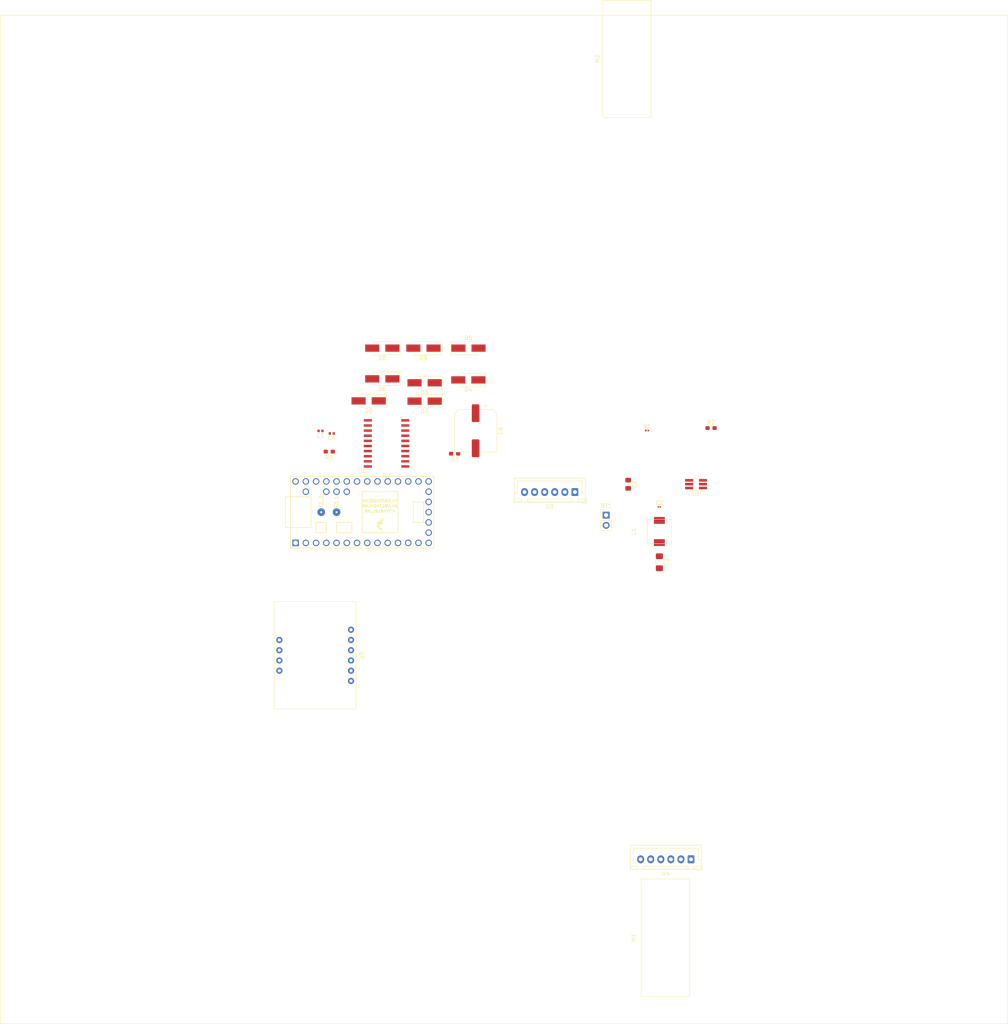
<source format=kicad_pcb>
(kicad_pcb (version 20171130) (host pcbnew 5.1.4)

  (general
    (thickness 1.6)
    (drawings 4)
    (tracks 0)
    (zones 0)
    (modules 28)
    (nets 63)
  )

  (page A4)
  (layers
    (0 F.Cu signal)
    (31 B.Cu signal)
    (32 B.Adhes user)
    (33 F.Adhes user)
    (34 B.Paste user)
    (35 F.Paste user)
    (36 B.SilkS user)
    (37 F.SilkS user)
    (38 B.Mask user)
    (39 F.Mask user)
    (40 Dwgs.User user)
    (41 Cmts.User user)
    (42 Eco1.User user)
    (43 Eco2.User user)
    (44 Edge.Cuts user)
    (45 Margin user)
    (46 B.CrtYd user)
    (47 F.CrtYd user)
    (48 B.Fab user)
    (49 F.Fab user)
  )

  (setup
    (last_trace_width 0.25)
    (trace_clearance 0.2)
    (zone_clearance 0.508)
    (zone_45_only no)
    (trace_min 0.2)
    (via_size 0.8)
    (via_drill 0.4)
    (via_min_size 0.4)
    (via_min_drill 0.3)
    (uvia_size 0.3)
    (uvia_drill 0.1)
    (uvias_allowed no)
    (uvia_min_size 0.2)
    (uvia_min_drill 0.1)
    (edge_width 0.05)
    (segment_width 0.2)
    (pcb_text_width 0.3)
    (pcb_text_size 1.5 1.5)
    (mod_edge_width 0.12)
    (mod_text_size 1 1)
    (mod_text_width 0.15)
    (pad_size 1.524 1.524)
    (pad_drill 0.762)
    (pad_to_mask_clearance 0.051)
    (solder_mask_min_width 0.25)
    (aux_axis_origin 0 0)
    (visible_elements FFFFFF7F)
    (pcbplotparams
      (layerselection 0x010fc_ffffffff)
      (usegerberextensions false)
      (usegerberattributes false)
      (usegerberadvancedattributes false)
      (creategerberjobfile false)
      (excludeedgelayer true)
      (linewidth 0.100000)
      (plotframeref false)
      (viasonmask false)
      (mode 1)
      (useauxorigin false)
      (hpglpennumber 1)
      (hpglpenspeed 20)
      (hpglpendiameter 15.000000)
      (psnegative false)
      (psa4output false)
      (plotreference true)
      (plotvalue true)
      (plotinvisibletext false)
      (padsonsilk false)
      (subtractmaskfromsilk false)
      (outputformat 1)
      (mirror false)
      (drillshape 1)
      (scaleselection 1)
      (outputdirectory ""))
  )

  (net 0 "")
  (net 1 GND)
  (net 2 +VDC)
  (net 3 "Net-(C2-Pad2)")
  (net 4 "Net-(C2-Pad1)")
  (net 5 +5V)
  (net 6 VDC)
  (net 7 "Net-(D2-Pad1)")
  (net 8 "Net-(D6-Pad1)")
  (net 9 "Net-(D8-Pad1)")
  (net 10 "Net-(R1-Pad1)")
  (net 11 /motors/ENABLE_A)
  (net 12 /motors/ENABLE_B)
  (net 13 "Net-(U2-Pad19)")
  (net 14 /motors/INPUT_4)
  (net 15 /motors/INPUT_3)
  (net 16 /motors/INPUT_2)
  (net 17 /motors/INPUT_1)
  (net 18 "Net-(U2-Pad2)")
  (net 19 "Net-(U6-Pad2)")
  (net 20 "Net-(U6-Pad3)")
  (net 21 "Net-(U6-Pad4)")
  (net 22 /teensy/ENABLE_A)
  (net 23 /teensy/INPUT_1)
  (net 24 /teensy/INPUT_2)
  (net 25 /teensy/ENABLE_B)
  (net 26 /teensy/INPUT_3)
  (net 27 /teensy/INPUT_4)
  (net 28 "Net-(U6-Pad11)")
  (net 29 "Net-(U6-Pad12)")
  (net 30 "Net-(U6-Pad13)")
  (net 31 "Net-(U6-Pad37)")
  (net 32 "Net-(U6-Pad36)")
  (net 33 "Net-(U6-Pad35)")
  (net 34 "Net-(U6-Pad34)")
  (net 35 "Net-(U6-Pad32)")
  (net 36 "Net-(U6-Pad31)")
  (net 37 "Net-(U6-Pad30)")
  (net 38 "Net-(U6-Pad29)")
  (net 39 "Net-(U6-Pad28)")
  (net 40 "Net-(U6-Pad27)")
  (net 41 "Net-(U6-Pad24)")
  (net 42 "Net-(U6-Pad23)")
  (net 43 "Net-(U6-Pad22)")
  (net 44 "Net-(U6-Pad21)")
  (net 45 "Net-(U6-Pad14)")
  (net 46 "Net-(U6-Pad15)")
  (net 47 "Net-(U6-Pad16)")
  (net 48 "Net-(U6-Pad20)")
  (net 49 "Net-(U6-Pad19)")
  (net 50 "Net-(U6-Pad18)")
  (net 51 "Net-(U6-Pad17)")
  (net 52 "Net-(M1-Pad1)")
  (net 53 "Net-(M1-Pad2)")
  (net 54 "Net-(U3-Pad3)")
  (net 55 "Net-(U3-Pad2)")
  (net 56 "Net-(M2-Pad1)")
  (net 57 "Net-(M2-Pad2)")
  (net 58 "Net-(U4-Pad3)")
  (net 59 "Net-(U4-Pad2)")
  (net 60 "Net-(U5-Pad9)")
  (net 61 "Net-(U5-Pad8)")
  (net 62 "Net-(D4-Pad1)")

  (net_class Default "This is the default net class."
    (clearance 0.2)
    (trace_width 0.25)
    (via_dia 0.8)
    (via_drill 0.4)
    (uvia_dia 0.3)
    (uvia_drill 0.1)
    (add_net +5V)
    (add_net +VDC)
    (add_net /motors/ENABLE_A)
    (add_net /motors/ENABLE_B)
    (add_net /motors/INPUT_1)
    (add_net /motors/INPUT_2)
    (add_net /motors/INPUT_3)
    (add_net /motors/INPUT_4)
    (add_net /teensy/ENABLE_A)
    (add_net /teensy/ENABLE_B)
    (add_net /teensy/INPUT_1)
    (add_net /teensy/INPUT_2)
    (add_net /teensy/INPUT_3)
    (add_net /teensy/INPUT_4)
    (add_net GND)
    (add_net "Net-(C2-Pad1)")
    (add_net "Net-(C2-Pad2)")
    (add_net "Net-(D2-Pad1)")
    (add_net "Net-(D4-Pad1)")
    (add_net "Net-(D6-Pad1)")
    (add_net "Net-(D8-Pad1)")
    (add_net "Net-(M1-Pad1)")
    (add_net "Net-(M1-Pad2)")
    (add_net "Net-(M2-Pad1)")
    (add_net "Net-(M2-Pad2)")
    (add_net "Net-(R1-Pad1)")
    (add_net "Net-(U2-Pad19)")
    (add_net "Net-(U2-Pad2)")
    (add_net "Net-(U3-Pad2)")
    (add_net "Net-(U3-Pad3)")
    (add_net "Net-(U4-Pad2)")
    (add_net "Net-(U4-Pad3)")
    (add_net "Net-(U5-Pad8)")
    (add_net "Net-(U5-Pad9)")
    (add_net "Net-(U6-Pad11)")
    (add_net "Net-(U6-Pad12)")
    (add_net "Net-(U6-Pad13)")
    (add_net "Net-(U6-Pad14)")
    (add_net "Net-(U6-Pad15)")
    (add_net "Net-(U6-Pad16)")
    (add_net "Net-(U6-Pad17)")
    (add_net "Net-(U6-Pad18)")
    (add_net "Net-(U6-Pad19)")
    (add_net "Net-(U6-Pad2)")
    (add_net "Net-(U6-Pad20)")
    (add_net "Net-(U6-Pad21)")
    (add_net "Net-(U6-Pad22)")
    (add_net "Net-(U6-Pad23)")
    (add_net "Net-(U6-Pad24)")
    (add_net "Net-(U6-Pad27)")
    (add_net "Net-(U6-Pad28)")
    (add_net "Net-(U6-Pad29)")
    (add_net "Net-(U6-Pad3)")
    (add_net "Net-(U6-Pad30)")
    (add_net "Net-(U6-Pad31)")
    (add_net "Net-(U6-Pad32)")
    (add_net "Net-(U6-Pad34)")
    (add_net "Net-(U6-Pad35)")
    (add_net "Net-(U6-Pad36)")
    (add_net "Net-(U6-Pad37)")
    (add_net "Net-(U6-Pad4)")
    (add_net VDC)
  )

  (module micromouse:Motor (layer F.Cu) (tedit 5D85B1A2) (tstamp 5D85D024)
    (at 195.444 196.104 270)
    (path /5D76F5C0/5D7AD5E9)
    (fp_text reference M1 (at 0 7.874 90) (layer F.SilkS)
      (effects (font (size 1 1) (thickness 0.15)))
    )
    (fp_text value Motor_DC (at 0 -7.366 90) (layer F.Fab)
      (effects (font (size 1 1) (thickness 0.15)))
    )
    (fp_line (start -14.53 6) (end -14.53 -6) (layer F.SilkS) (width 0.12))
    (fp_line (start 14.53 -6) (end -14.53 -6) (layer F.SilkS) (width 0.12))
    (fp_line (start 14.53 -6) (end 14.53 6) (layer F.SilkS) (width 0.12))
    (fp_line (start -14.53 6) (end 14.53 6) (layer F.SilkS) (width 0.12))
  )

  (module micromouse:Motor (layer F.Cu) (tedit 5D85B160) (tstamp 5D860FFF)
    (at 185.9 -21.8 270)
    (path /5D76F5C0/5D8A2237)
    (fp_text reference M2 (at 0 7.366 90) (layer F.SilkS)
      (effects (font (size 1 1) (thickness 0.15)))
    )
    (fp_text value Motor_DC (at 0 -7.366 90) (layer F.Fab)
      (effects (font (size 1 1) (thickness 0.15)))
    )
    (fp_line (start -14.53 6) (end -14.53 -6) (layer F.SilkS) (width 0.12))
    (fp_line (start 14.53 -6) (end -14.53 -6) (layer F.SilkS) (width 0.12))
    (fp_line (start 14.53 -6) (end 14.53 6) (layer F.SilkS) (width 0.12))
    (fp_line (start -14.53 6) (end 14.53 6) (layer F.SilkS) (width 0.12))
  )

  (module micromouse:Teensy30_31_32_LC (layer F.Cu) (tedit 5D5216D8) (tstamp 5D860EE1)
    (at 120.2 90.6)
    (path /5D7B3264/5D75E171)
    (fp_text reference U6 (at 0 -10.16) (layer F.SilkS)
      (effects (font (size 1 1) (thickness 0.15)))
    )
    (fp_text value Teensy3.2 (at 0 10.16) (layer F.Fab)
      (effects (font (size 1 1) (thickness 0.15)))
    )
    (fp_text user MK20DX128VLH5 (at 4.445 -1.524) (layer F.SilkS)
      (effects (font (size 0.7 0.7) (thickness 0.15)))
    )
    (fp_text user MKL26Z64VFT4 (at 4.445 -0.254) (layer F.SilkS)
      (effects (font (size 0.7 0.7) (thickness 0.15)))
    )
    (fp_text user MK20DX256VLH7 (at 4.445 -2.794) (layer F.SilkS)
      (effects (font (size 0.7 0.7) (thickness 0.15)))
    )
    (fp_poly (pts (xy 4.826 2.921) (xy 4.572 2.667) (xy 4.953 2.413) (xy 5.207 2.667)) (layer F.SilkS) (width 0.1))
    (fp_poly (pts (xy 3.81 3.683) (xy 3.556 3.429) (xy 3.937 3.175) (xy 4.191 3.429)) (layer F.SilkS) (width 0.1))
    (fp_poly (pts (xy 4.572 4.445) (xy 4.318 4.191) (xy 4.699 3.937) (xy 4.953 4.191)) (layer F.SilkS) (width 0.1))
    (fp_poly (pts (xy 4.445 2.54) (xy 4.191 2.286) (xy 4.572 2.032) (xy 4.826 2.286)) (layer F.SilkS) (width 0.1))
    (fp_poly (pts (xy 4.191 4.064) (xy 3.937 3.81) (xy 4.318 3.556) (xy 4.572 3.81)) (layer F.SilkS) (width 0.1))
    (fp_poly (pts (xy 4.953 2.159) (xy 4.699 1.905) (xy 5.08 1.651) (xy 5.334 1.905)) (layer F.SilkS) (width 0.1))
    (fp_poly (pts (xy 4.318 3.302) (xy 4.064 3.048) (xy 4.445 2.794) (xy 4.699 3.048)) (layer F.SilkS) (width 0.1))
    (fp_poly (pts (xy 3.937 2.921) (xy 3.683 2.667) (xy 4.064 2.413) (xy 4.318 2.667)) (layer F.SilkS) (width 0.1))
    (fp_line (start -17.78 8.89) (end -17.78 -8.89) (layer F.SilkS) (width 0.15))
    (fp_line (start 17.78 8.89) (end -17.78 8.89) (layer F.SilkS) (width 0.15))
    (fp_line (start 17.78 -8.89) (end 17.78 8.89) (layer F.SilkS) (width 0.15))
    (fp_line (start -17.78 -8.89) (end 17.78 -8.89) (layer F.SilkS) (width 0.15))
    (fp_line (start 8.89 5.08) (end 0 5.08) (layer F.SilkS) (width 0.15))
    (fp_line (start 8.89 -5.08) (end 0 -5.08) (layer F.SilkS) (width 0.15))
    (fp_line (start 0 -5.08) (end 0 5.08) (layer F.SilkS) (width 0.15))
    (fp_line (start 8.89 5.08) (end 8.89 -5.08) (layer F.SilkS) (width 0.15))
    (fp_line (start 12.7 -2.54) (end 15.24 -2.54) (layer F.SilkS) (width 0.15))
    (fp_line (start 12.7 2.54) (end 12.7 -2.54) (layer F.SilkS) (width 0.15))
    (fp_line (start 15.24 2.54) (end 12.7 2.54) (layer F.SilkS) (width 0.15))
    (fp_line (start 15.24 -2.54) (end 15.24 2.54) (layer F.SilkS) (width 0.15))
    (fp_line (start -11.43 2.54) (end -11.43 5.08) (layer F.SilkS) (width 0.15))
    (fp_line (start -8.89 2.54) (end -11.43 2.54) (layer F.SilkS) (width 0.15))
    (fp_line (start -8.89 5.08) (end -8.89 2.54) (layer F.SilkS) (width 0.15))
    (fp_line (start -11.43 5.08) (end -8.89 5.08) (layer F.SilkS) (width 0.15))
    (fp_line (start -12.7 3.81) (end -17.78 3.81) (layer F.SilkS) (width 0.15))
    (fp_line (start -12.7 -3.81) (end -17.78 -3.81) (layer F.SilkS) (width 0.15))
    (fp_line (start -12.7 3.81) (end -12.7 -3.81) (layer F.SilkS) (width 0.15))
    (fp_line (start -6.35 2.54) (end -6.35 5.08) (layer F.SilkS) (width 0.15))
    (fp_line (start -2.54 2.54) (end -6.35 2.54) (layer F.SilkS) (width 0.15))
    (fp_line (start -2.54 5.08) (end -2.54 2.54) (layer F.SilkS) (width 0.15))
    (fp_line (start -6.35 5.08) (end -2.54 5.08) (layer F.SilkS) (width 0.15))
    (fp_line (start -19.05 -3.81) (end -17.78 -3.81) (layer F.SilkS) (width 0.15))
    (fp_line (start -19.05 3.81) (end -19.05 -3.81) (layer F.SilkS) (width 0.15))
    (fp_line (start -17.78 3.81) (end -19.05 3.81) (layer F.SilkS) (width 0.15))
    (fp_text user T3.1 (at -6.35 -2.54 90) (layer F.SilkS)
      (effects (font (size 1 1) (thickness 0.15)))
    )
    (fp_text user T3.2 (at -10.16 -2.54 90) (layer F.SilkS)
      (effects (font (size 1 1) (thickness 0.15)))
    )
    (pad 52 thru_hole circle (at -10.16 0) (size 1.9 1.9) (drill 0.5) (layers *.Cu *.Mask))
    (pad 52 thru_hole circle (at -6.35 0) (size 1.9 1.9) (drill 0.5) (layers *.Cu *.Mask))
    (pad 1 thru_hole rect (at -16.51 7.62) (size 1.6 1.6) (drill 1.1) (layers *.Cu *.Mask)
      (net 1 GND))
    (pad 2 thru_hole circle (at -13.97 7.62) (size 1.6 1.6) (drill 1.1) (layers *.Cu *.Mask)
      (net 19 "Net-(U6-Pad2)"))
    (pad 3 thru_hole circle (at -11.43 7.62) (size 1.6 1.6) (drill 1.1) (layers *.Cu *.Mask)
      (net 20 "Net-(U6-Pad3)"))
    (pad 4 thru_hole circle (at -8.89 7.62) (size 1.6 1.6) (drill 1.1) (layers *.Cu *.Mask)
      (net 21 "Net-(U6-Pad4)"))
    (pad 5 thru_hole circle (at -6.35 7.62) (size 1.6 1.6) (drill 1.1) (layers *.Cu *.Mask)
      (net 22 /teensy/ENABLE_A))
    (pad 6 thru_hole circle (at -3.81 7.62) (size 1.6 1.6) (drill 1.1) (layers *.Cu *.Mask)
      (net 23 /teensy/INPUT_1))
    (pad 7 thru_hole circle (at -1.27 7.62) (size 1.6 1.6) (drill 1.1) (layers *.Cu *.Mask)
      (net 24 /teensy/INPUT_2))
    (pad 8 thru_hole circle (at 1.27 7.62) (size 1.6 1.6) (drill 1.1) (layers *.Cu *.Mask)
      (net 25 /teensy/ENABLE_B))
    (pad 9 thru_hole circle (at 3.81 7.62) (size 1.6 1.6) (drill 1.1) (layers *.Cu *.Mask)
      (net 26 /teensy/INPUT_3))
    (pad 10 thru_hole circle (at 6.35 7.62) (size 1.6 1.6) (drill 1.1) (layers *.Cu *.Mask)
      (net 27 /teensy/INPUT_4))
    (pad 11 thru_hole circle (at 8.89 7.62) (size 1.6 1.6) (drill 1.1) (layers *.Cu *.Mask)
      (net 28 "Net-(U6-Pad11)"))
    (pad 12 thru_hole circle (at 11.43 7.62) (size 1.6 1.6) (drill 1.1) (layers *.Cu *.Mask)
      (net 29 "Net-(U6-Pad12)"))
    (pad 13 thru_hole circle (at 13.97 7.62) (size 1.6 1.6) (drill 1.1) (layers *.Cu *.Mask)
      (net 30 "Net-(U6-Pad13)"))
    (pad 37 thru_hole circle (at -3.81 -5.08) (size 1.6 1.6) (drill 1.1) (layers *.Cu *.Mask)
      (net 31 "Net-(U6-Pad37)"))
    (pad 36 thru_hole circle (at -6.35 -5.08) (size 1.6 1.6) (drill 1.1) (layers *.Cu *.Mask)
      (net 32 "Net-(U6-Pad36)"))
    (pad 35 thru_hole circle (at -8.89 -5.08) (size 1.6 1.6) (drill 1.1) (layers *.Cu *.Mask)
      (net 33 "Net-(U6-Pad35)"))
    (pad 34 thru_hole circle (at -13.97 -5.08) (size 1.6 1.6) (drill 1.1) (layers *.Cu *.Mask)
      (net 34 "Net-(U6-Pad34)"))
    (pad 33 thru_hole circle (at -16.51 -7.62) (size 1.6 1.6) (drill 1.1) (layers *.Cu *.Mask)
      (net 5 +5V))
    (pad 32 thru_hole circle (at -13.97 -7.62) (size 1.6 1.6) (drill 1.1) (layers *.Cu *.Mask)
      (net 35 "Net-(U6-Pad32)"))
    (pad 31 thru_hole circle (at -11.43 -7.62) (size 1.6 1.6) (drill 1.1) (layers *.Cu *.Mask)
      (net 36 "Net-(U6-Pad31)"))
    (pad 30 thru_hole circle (at -8.89 -7.62) (size 1.6 1.6) (drill 1.1) (layers *.Cu *.Mask)
      (net 37 "Net-(U6-Pad30)"))
    (pad 29 thru_hole circle (at -6.35 -7.62) (size 1.6 1.6) (drill 1.1) (layers *.Cu *.Mask)
      (net 38 "Net-(U6-Pad29)"))
    (pad 28 thru_hole circle (at -3.81 -7.62) (size 1.6 1.6) (drill 1.1) (layers *.Cu *.Mask)
      (net 39 "Net-(U6-Pad28)"))
    (pad 27 thru_hole circle (at -1.27 -7.62) (size 1.6 1.6) (drill 1.1) (layers *.Cu *.Mask)
      (net 40 "Net-(U6-Pad27)"))
    (pad 26 thru_hole circle (at 1.27 -7.62) (size 1.6 1.6) (drill 1.1) (layers *.Cu *.Mask)
      (net 60 "Net-(U5-Pad9)"))
    (pad 25 thru_hole circle (at 3.81 -7.62) (size 1.6 1.6) (drill 1.1) (layers *.Cu *.Mask)
      (net 61 "Net-(U5-Pad8)"))
    (pad 24 thru_hole circle (at 6.35 -7.62) (size 1.6 1.6) (drill 1.1) (layers *.Cu *.Mask)
      (net 41 "Net-(U6-Pad24)"))
    (pad 23 thru_hole circle (at 8.89 -7.62) (size 1.6 1.6) (drill 1.1) (layers *.Cu *.Mask)
      (net 42 "Net-(U6-Pad23)"))
    (pad 22 thru_hole circle (at 11.43 -7.62) (size 1.6 1.6) (drill 1.1) (layers *.Cu *.Mask)
      (net 43 "Net-(U6-Pad22)"))
    (pad 21 thru_hole circle (at 13.97 -7.62) (size 1.6 1.6) (drill 1.1) (layers *.Cu *.Mask)
      (net 44 "Net-(U6-Pad21)"))
    (pad 14 thru_hole circle (at 16.51 7.62) (size 1.6 1.6) (drill 1.1) (layers *.Cu *.Mask)
      (net 45 "Net-(U6-Pad14)"))
    (pad 15 thru_hole circle (at 16.51 5.08) (size 1.6 1.6) (drill 1.1) (layers *.Cu *.Mask)
      (net 46 "Net-(U6-Pad15)"))
    (pad 16 thru_hole circle (at 16.51 2.54) (size 1.6 1.6) (drill 1.1) (layers *.Cu *.Mask)
      (net 47 "Net-(U6-Pad16)"))
    (pad 20 thru_hole circle (at 16.51 -7.62) (size 1.6 1.6) (drill 1.1) (layers *.Cu *.Mask)
      (net 48 "Net-(U6-Pad20)"))
    (pad 19 thru_hole circle (at 16.51 -5.08) (size 1.6 1.6) (drill 1.1) (layers *.Cu *.Mask)
      (net 49 "Net-(U6-Pad19)"))
    (pad 18 thru_hole circle (at 16.51 -2.54) (size 1.6 1.6) (drill 1.1) (layers *.Cu *.Mask)
      (net 50 "Net-(U6-Pad18)"))
    (pad 17 thru_hole circle (at 16.51 0) (size 1.6 1.6) (drill 1.1) (layers *.Cu *.Mask)
      (net 51 "Net-(U6-Pad17)"))
  )

  (module micromouse:BNO055 (layer F.Cu) (tedit 5D856F62) (tstamp 5D85BA40)
    (at 108.55 126.1 90)
    (path /5D7B3264/5D793189)
    (fp_text reference U5 (at -0.05 11.45 90) (layer F.SilkS)
      (effects (font (size 1 1) (thickness 0.15)))
    )
    (fp_text value BNO055 (at 0 -11.2 90) (layer F.Fab)
      (effects (font (size 1 1) (thickness 0.15)))
    )
    (fp_line (start -13.34 -10.16) (end -13.34 10.16) (layer F.SilkS) (width 0.12))
    (fp_line (start -13.34 10.16) (end 13.34 10.16) (layer F.SilkS) (width 0.12))
    (fp_line (start 13.34 -10.16) (end 13.34 10.16) (layer F.SilkS) (width 0.12))
    (fp_line (start -13.34 -10.16) (end 13.34 -10.16) (layer F.SilkS) (width 0.12))
    (pad 4 thru_hole circle (at 3.81 -8.89 90) (size 1.524 1.524) (drill 0.762) (layers *.Cu *.Mask))
    (pad 2 thru_hole circle (at -1.27 -8.89 90) (size 1.524 1.524) (drill 0.762) (layers *.Cu *.Mask))
    (pad 3 thru_hole circle (at 1.27 -8.89 90) (size 1.524 1.524) (drill 0.762) (layers *.Cu *.Mask))
    (pad 1 thru_hole circle (at -3.81 -8.89 90) (size 1.524 1.524) (drill 0.762) (layers *.Cu *.Mask))
    (pad 9 thru_hole circle (at 3.81 8.89 90) (size 1.524 1.524) (drill 0.762) (layers *.Cu *.Mask)
      (net 60 "Net-(U5-Pad9)"))
    (pad 10 thru_hole circle (at 6.35 8.89 90) (size 1.524 1.524) (drill 0.762) (layers *.Cu *.Mask))
    (pad 5 thru_hole circle (at -6.35 8.89 90) (size 1.524 1.524) (drill 0.762) (layers *.Cu *.Mask)
      (net 5 +5V))
    (pad 6 thru_hole circle (at -3.81 8.89 90) (size 1.524 1.524) (drill 0.762) (layers *.Cu *.Mask))
    (pad 7 thru_hole circle (at -1.27 8.89 90) (size 1.524 1.524) (drill 0.762) (layers *.Cu *.Mask)
      (net 1 GND))
    (pad 8 thru_hole circle (at 1.27 8.89 90) (size 1.524 1.524) (drill 0.762) (layers *.Cu *.Mask)
      (net 61 "Net-(U5-Pad8)"))
  )

  (module Connector_JST:JST_XH_B6B-XH-A_1x06_P2.50mm_Vertical (layer F.Cu) (tedit 5C28146C) (tstamp 5D85DD09)
    (at 201.801 176.673 180)
    (descr "JST XH series connector, B6B-XH-A (http://www.jst-mfg.com/product/pdf/eng/eXH.pdf), generated with kicad-footprint-generator")
    (tags "connector JST XH vertical")
    (path /5D76F5C0/5D8A221C)
    (fp_text reference U4 (at 6.25 -3.55) (layer F.SilkS)
      (effects (font (size 1 1) (thickness 0.15)))
    )
    (fp_text value Encoder (at 6.25 4.6) (layer F.Fab)
      (effects (font (size 1 1) (thickness 0.15)))
    )
    (fp_text user %R (at 6.25 2.7) (layer F.Fab)
      (effects (font (size 1 1) (thickness 0.15)))
    )
    (fp_line (start -2.85 -2.75) (end -2.85 -1.5) (layer F.SilkS) (width 0.12))
    (fp_line (start -1.6 -2.75) (end -2.85 -2.75) (layer F.SilkS) (width 0.12))
    (fp_line (start 14.3 2.75) (end 6.25 2.75) (layer F.SilkS) (width 0.12))
    (fp_line (start 14.3 -0.2) (end 14.3 2.75) (layer F.SilkS) (width 0.12))
    (fp_line (start 15.05 -0.2) (end 14.3 -0.2) (layer F.SilkS) (width 0.12))
    (fp_line (start -1.8 2.75) (end 6.25 2.75) (layer F.SilkS) (width 0.12))
    (fp_line (start -1.8 -0.2) (end -1.8 2.75) (layer F.SilkS) (width 0.12))
    (fp_line (start -2.55 -0.2) (end -1.8 -0.2) (layer F.SilkS) (width 0.12))
    (fp_line (start 15.05 -2.45) (end 13.25 -2.45) (layer F.SilkS) (width 0.12))
    (fp_line (start 15.05 -1.7) (end 15.05 -2.45) (layer F.SilkS) (width 0.12))
    (fp_line (start 13.25 -1.7) (end 15.05 -1.7) (layer F.SilkS) (width 0.12))
    (fp_line (start 13.25 -2.45) (end 13.25 -1.7) (layer F.SilkS) (width 0.12))
    (fp_line (start -0.75 -2.45) (end -2.55 -2.45) (layer F.SilkS) (width 0.12))
    (fp_line (start -0.75 -1.7) (end -0.75 -2.45) (layer F.SilkS) (width 0.12))
    (fp_line (start -2.55 -1.7) (end -0.75 -1.7) (layer F.SilkS) (width 0.12))
    (fp_line (start -2.55 -2.45) (end -2.55 -1.7) (layer F.SilkS) (width 0.12))
    (fp_line (start 11.75 -2.45) (end 0.75 -2.45) (layer F.SilkS) (width 0.12))
    (fp_line (start 11.75 -1.7) (end 11.75 -2.45) (layer F.SilkS) (width 0.12))
    (fp_line (start 0.75 -1.7) (end 11.75 -1.7) (layer F.SilkS) (width 0.12))
    (fp_line (start 0.75 -2.45) (end 0.75 -1.7) (layer F.SilkS) (width 0.12))
    (fp_line (start 0 -1.35) (end 0.625 -2.35) (layer F.Fab) (width 0.1))
    (fp_line (start -0.625 -2.35) (end 0 -1.35) (layer F.Fab) (width 0.1))
    (fp_line (start 15.45 -2.85) (end -2.95 -2.85) (layer F.CrtYd) (width 0.05))
    (fp_line (start 15.45 3.9) (end 15.45 -2.85) (layer F.CrtYd) (width 0.05))
    (fp_line (start -2.95 3.9) (end 15.45 3.9) (layer F.CrtYd) (width 0.05))
    (fp_line (start -2.95 -2.85) (end -2.95 3.9) (layer F.CrtYd) (width 0.05))
    (fp_line (start 15.06 -2.46) (end -2.56 -2.46) (layer F.SilkS) (width 0.12))
    (fp_line (start 15.06 3.51) (end 15.06 -2.46) (layer F.SilkS) (width 0.12))
    (fp_line (start -2.56 3.51) (end 15.06 3.51) (layer F.SilkS) (width 0.12))
    (fp_line (start -2.56 -2.46) (end -2.56 3.51) (layer F.SilkS) (width 0.12))
    (fp_line (start 14.95 -2.35) (end -2.45 -2.35) (layer F.Fab) (width 0.1))
    (fp_line (start 14.95 3.4) (end 14.95 -2.35) (layer F.Fab) (width 0.1))
    (fp_line (start -2.45 3.4) (end 14.95 3.4) (layer F.Fab) (width 0.1))
    (fp_line (start -2.45 -2.35) (end -2.45 3.4) (layer F.Fab) (width 0.1))
    (pad 6 thru_hole oval (at 12.5 0 180) (size 1.7 1.95) (drill 0.95) (layers *.Cu *.Mask)
      (net 56 "Net-(M2-Pad1)"))
    (pad 5 thru_hole oval (at 10 0 180) (size 1.7 1.95) (drill 0.95) (layers *.Cu *.Mask)
      (net 57 "Net-(M2-Pad2)"))
    (pad 4 thru_hole oval (at 7.5 0 180) (size 1.7 1.95) (drill 0.95) (layers *.Cu *.Mask)
      (net 5 +5V))
    (pad 3 thru_hole oval (at 5 0 180) (size 1.7 1.95) (drill 0.95) (layers *.Cu *.Mask)
      (net 58 "Net-(U4-Pad3)"))
    (pad 2 thru_hole oval (at 2.5 0 180) (size 1.7 1.95) (drill 0.95) (layers *.Cu *.Mask)
      (net 59 "Net-(U4-Pad2)"))
    (pad 1 thru_hole roundrect (at 0 0 180) (size 1.7 1.95) (drill 0.95) (layers *.Cu *.Mask) (roundrect_rratio 0.147059)
      (net 1 GND))
    (model ${KISYS3DMOD}/Connector_JST.3dshapes/JST_XH_B6B-XH-A_1x06_P2.50mm_Vertical.wrl
      (at (xyz 0 0 0))
      (scale (xyz 1 1 1))
      (rotate (xyz 0 0 0))
    )
  )

  (module Connector_JST:JST_XH_B6B-XH-A_1x06_P2.50mm_Vertical (layer F.Cu) (tedit 5C28146C) (tstamp 5D860C67)
    (at 172.994 85.616 180)
    (descr "JST XH series connector, B6B-XH-A (http://www.jst-mfg.com/product/pdf/eng/eXH.pdf), generated with kicad-footprint-generator")
    (tags "connector JST XH vertical")
    (path /5D76F5C0/5D76F320)
    (fp_text reference U3 (at 6.25 -3.55) (layer F.SilkS)
      (effects (font (size 1 1) (thickness 0.15)))
    )
    (fp_text value Encoder (at 6.25 4.6) (layer F.Fab)
      (effects (font (size 1 1) (thickness 0.15)))
    )
    (fp_text user %R (at 6.25 2.7) (layer F.Fab)
      (effects (font (size 1 1) (thickness 0.15)))
    )
    (fp_line (start -2.85 -2.75) (end -2.85 -1.5) (layer F.SilkS) (width 0.12))
    (fp_line (start -1.6 -2.75) (end -2.85 -2.75) (layer F.SilkS) (width 0.12))
    (fp_line (start 14.3 2.75) (end 6.25 2.75) (layer F.SilkS) (width 0.12))
    (fp_line (start 14.3 -0.2) (end 14.3 2.75) (layer F.SilkS) (width 0.12))
    (fp_line (start 15.05 -0.2) (end 14.3 -0.2) (layer F.SilkS) (width 0.12))
    (fp_line (start -1.8 2.75) (end 6.25 2.75) (layer F.SilkS) (width 0.12))
    (fp_line (start -1.8 -0.2) (end -1.8 2.75) (layer F.SilkS) (width 0.12))
    (fp_line (start -2.55 -0.2) (end -1.8 -0.2) (layer F.SilkS) (width 0.12))
    (fp_line (start 15.05 -2.45) (end 13.25 -2.45) (layer F.SilkS) (width 0.12))
    (fp_line (start 15.05 -1.7) (end 15.05 -2.45) (layer F.SilkS) (width 0.12))
    (fp_line (start 13.25 -1.7) (end 15.05 -1.7) (layer F.SilkS) (width 0.12))
    (fp_line (start 13.25 -2.45) (end 13.25 -1.7) (layer F.SilkS) (width 0.12))
    (fp_line (start -0.75 -2.45) (end -2.55 -2.45) (layer F.SilkS) (width 0.12))
    (fp_line (start -0.75 -1.7) (end -0.75 -2.45) (layer F.SilkS) (width 0.12))
    (fp_line (start -2.55 -1.7) (end -0.75 -1.7) (layer F.SilkS) (width 0.12))
    (fp_line (start -2.55 -2.45) (end -2.55 -1.7) (layer F.SilkS) (width 0.12))
    (fp_line (start 11.75 -2.45) (end 0.75 -2.45) (layer F.SilkS) (width 0.12))
    (fp_line (start 11.75 -1.7) (end 11.75 -2.45) (layer F.SilkS) (width 0.12))
    (fp_line (start 0.75 -1.7) (end 11.75 -1.7) (layer F.SilkS) (width 0.12))
    (fp_line (start 0.75 -2.45) (end 0.75 -1.7) (layer F.SilkS) (width 0.12))
    (fp_line (start 0 -1.35) (end 0.625 -2.35) (layer F.Fab) (width 0.1))
    (fp_line (start -0.625 -2.35) (end 0 -1.35) (layer F.Fab) (width 0.1))
    (fp_line (start 15.45 -2.85) (end -2.95 -2.85) (layer F.CrtYd) (width 0.05))
    (fp_line (start 15.45 3.9) (end 15.45 -2.85) (layer F.CrtYd) (width 0.05))
    (fp_line (start -2.95 3.9) (end 15.45 3.9) (layer F.CrtYd) (width 0.05))
    (fp_line (start -2.95 -2.85) (end -2.95 3.9) (layer F.CrtYd) (width 0.05))
    (fp_line (start 15.06 -2.46) (end -2.56 -2.46) (layer F.SilkS) (width 0.12))
    (fp_line (start 15.06 3.51) (end 15.06 -2.46) (layer F.SilkS) (width 0.12))
    (fp_line (start -2.56 3.51) (end 15.06 3.51) (layer F.SilkS) (width 0.12))
    (fp_line (start -2.56 -2.46) (end -2.56 3.51) (layer F.SilkS) (width 0.12))
    (fp_line (start 14.95 -2.35) (end -2.45 -2.35) (layer F.Fab) (width 0.1))
    (fp_line (start 14.95 3.4) (end 14.95 -2.35) (layer F.Fab) (width 0.1))
    (fp_line (start -2.45 3.4) (end 14.95 3.4) (layer F.Fab) (width 0.1))
    (fp_line (start -2.45 -2.35) (end -2.45 3.4) (layer F.Fab) (width 0.1))
    (pad 6 thru_hole oval (at 12.5 0 180) (size 1.7 1.95) (drill 0.95) (layers *.Cu *.Mask)
      (net 52 "Net-(M1-Pad1)"))
    (pad 5 thru_hole oval (at 10 0 180) (size 1.7 1.95) (drill 0.95) (layers *.Cu *.Mask)
      (net 53 "Net-(M1-Pad2)"))
    (pad 4 thru_hole oval (at 7.5 0 180) (size 1.7 1.95) (drill 0.95) (layers *.Cu *.Mask)
      (net 5 +5V))
    (pad 3 thru_hole oval (at 5 0 180) (size 1.7 1.95) (drill 0.95) (layers *.Cu *.Mask)
      (net 54 "Net-(U3-Pad3)"))
    (pad 2 thru_hole oval (at 2.5 0 180) (size 1.7 1.95) (drill 0.95) (layers *.Cu *.Mask)
      (net 55 "Net-(U3-Pad2)"))
    (pad 1 thru_hole roundrect (at 0 0 180) (size 1.7 1.95) (drill 0.95) (layers *.Cu *.Mask) (roundrect_rratio 0.147059)
      (net 1 GND))
    (model ${KISYS3DMOD}/Connector_JST.3dshapes/JST_XH_B6B-XH-A_1x06_P2.50mm_Vertical.wrl
      (at (xyz 0 0 0))
      (scale (xyz 1 1 1))
      (rotate (xyz 0 0 0))
    )
  )

  (module digikey:SOIC-20_W7.5mm (layer F.Cu) (tedit 5D28A5B7) (tstamp 5D860ABE)
    (at 126.258 73.551 180)
    (path /5D76F5C0/5D7AD6DE)
    (attr smd)
    (fp_text reference U2 (at 0 -8.03) (layer F.SilkS)
      (effects (font (size 1 1) (thickness 0.15)))
    )
    (fp_text value L298P (at 0 8.31) (layer F.Fab)
      (effects (font (size 1 1) (thickness 0.15)))
    )
    (fp_line (start 3.75 -6.5) (end 3.75 6.5) (layer F.Fab) (width 0.1))
    (fp_line (start 3.75 6.5) (end -3.75 6.5) (layer F.Fab) (width 0.1))
    (fp_line (start -3.9 -6.1) (end -5.5 -6.1) (layer F.SilkS) (width 0.1))
    (fp_line (start 3.9 -6.6) (end 3.4 -6.6) (layer F.SilkS) (width 0.1))
    (fp_line (start 3.9 -6.6) (end 3.9 -6.1) (layer F.SilkS) (width 0.1))
    (fp_line (start 3.9 6.6) (end 3.9 6.1) (layer F.SilkS) (width 0.1))
    (fp_line (start 3.9 6.6) (end 3.4 6.6) (layer F.SilkS) (width 0.1))
    (fp_line (start -3.9 6.6) (end -3.4 6.6) (layer F.SilkS) (width 0.1))
    (fp_line (start -3.9 6.6) (end -3.9 6.1) (layer F.SilkS) (width 0.1))
    (fp_text user %R (at 0 0) (layer F.Fab)
      (effects (font (size 1 1) (thickness 0.15)))
    )
    (fp_line (start 5.91 -6.75) (end 5.91 6.75) (layer F.CrtYd) (width 0.05))
    (fp_line (start 5.91 -6.75) (end -5.91 -6.75) (layer F.CrtYd) (width 0.05))
    (fp_line (start 5.91 6.75) (end -5.91 6.75) (layer F.CrtYd) (width 0.05))
    (fp_line (start -5.91 -6.75) (end -5.91 6.75) (layer F.CrtYd) (width 0.05))
    (fp_line (start -3.35 -6.5) (end -3.75 -6.1) (layer F.Fab) (width 0.1))
    (fp_line (start -3.35 -6.5) (end 3.75 -6.5) (layer F.Fab) (width 0.1))
    (fp_line (start -3.75 -6.1) (end -3.75 6.5) (layer F.Fab) (width 0.1))
    (fp_line (start -3.4 -6.6) (end -3.9 -6.1) (layer F.SilkS) (width 0.1))
    (fp_line (start -3.1 -6.6) (end -3.4 -6.6) (layer F.SilkS) (width 0.1))
    (pad 20 smd rect (at 4.65 -5.715 180) (size 2 0.6) (layers F.Cu F.Paste F.Mask)
      (net 1 GND))
    (pad 19 smd rect (at 4.65 -4.445 180) (size 2 0.6) (layers F.Cu F.Paste F.Mask)
      (net 13 "Net-(U2-Pad19)"))
    (pad 18 smd rect (at 4.65 -3.175 180) (size 2 0.6) (layers F.Cu F.Paste F.Mask))
    (pad 17 smd rect (at 4.65 -1.905 180) (size 2 0.6) (layers F.Cu F.Paste F.Mask)
      (net 9 "Net-(D8-Pad1)"))
    (pad 16 smd rect (at 4.65 -0.635 180) (size 2 0.6) (layers F.Cu F.Paste F.Mask)
      (net 8 "Net-(D6-Pad1)"))
    (pad 15 smd rect (at 4.65 0.635 180) (size 2 0.6) (layers F.Cu F.Paste F.Mask)
      (net 14 /motors/INPUT_4))
    (pad 14 smd rect (at 4.65 1.905 180) (size 2 0.6) (layers F.Cu F.Paste F.Mask)
      (net 12 /motors/ENABLE_B))
    (pad 13 smd rect (at 4.65 3.175 180) (size 2 0.6) (layers F.Cu F.Paste F.Mask)
      (net 15 /motors/INPUT_3))
    (pad 12 smd rect (at 4.65 4.445 180) (size 2 0.6) (layers F.Cu F.Paste F.Mask)
      (net 5 +5V))
    (pad 11 smd rect (at 4.65 5.715 180) (size 2 0.6) (layers F.Cu F.Paste F.Mask)
      (net 1 GND))
    (pad 10 smd rect (at -4.65 5.715 180) (size 2 0.6) (layers F.Cu F.Paste F.Mask)
      (net 1 GND))
    (pad 9 smd rect (at -4.65 4.445 180) (size 2 0.6) (layers F.Cu F.Paste F.Mask)
      (net 16 /motors/INPUT_2))
    (pad 8 smd rect (at -4.65 3.175 180) (size 2 0.6) (layers F.Cu F.Paste F.Mask)
      (net 11 /motors/ENABLE_A))
    (pad 7 smd rect (at -4.65 1.905 180) (size 2 0.6) (layers F.Cu F.Paste F.Mask)
      (net 17 /motors/INPUT_1))
    (pad 6 smd rect (at -4.65 0.635 180) (size 2 0.6) (layers F.Cu F.Paste F.Mask)
      (net 6 VDC))
    (pad 5 smd rect (at -4.65 -0.635 180) (size 2 0.6) (layers F.Cu F.Paste F.Mask)
      (net 62 "Net-(D4-Pad1)"))
    (pad 4 smd rect (at -4.65 -1.905 180) (size 2 0.6) (layers F.Cu F.Paste F.Mask)
      (net 7 "Net-(D2-Pad1)"))
    (pad 3 smd rect (at -4.65 -3.175 180) (size 2 0.6) (layers F.Cu F.Paste F.Mask))
    (pad 2 smd rect (at -4.65 -4.445 180) (size 2 0.6) (layers F.Cu F.Paste F.Mask)
      (net 18 "Net-(U2-Pad2)"))
    (pad 1 smd rect (at -4.65 -5.715 180) (size 2 0.6) (layers F.Cu F.Paste F.Mask)
      (net 1 GND))
  )

  (module Package_TO_SOT_SMD:TSOT-23-6_HandSoldering (layer F.Cu) (tedit 5A02FF57) (tstamp 5D88FC21)
    (at 203.05 83.65 180)
    (descr "6-pin TSOT23 package, http://cds.linear.com/docs/en/packaging/SOT_6_05-08-1636.pdf")
    (tags "TSOT-23-6 MK06A TSOT-6 Hand-soldering")
    (path /5D76E3FE/5D78C115)
    (attr smd)
    (fp_text reference U1 (at 0 -2.45) (layer F.SilkS)
      (effects (font (size 1 1) (thickness 0.15)))
    )
    (fp_text value TPS561201 (at 0 2.5) (layer F.Fab)
      (effects (font (size 1 1) (thickness 0.15)))
    )
    (fp_line (start 2.96 1.7) (end -2.96 1.7) (layer F.CrtYd) (width 0.05))
    (fp_line (start 2.96 1.7) (end 2.96 -1.7) (layer F.CrtYd) (width 0.05))
    (fp_line (start -2.96 -1.7) (end -2.96 1.7) (layer F.CrtYd) (width 0.05))
    (fp_line (start -2.96 -1.7) (end 2.96 -1.7) (layer F.CrtYd) (width 0.05))
    (fp_line (start 0.88 -1.45) (end 0.88 1.45) (layer F.Fab) (width 0.1))
    (fp_line (start 0.88 1.45) (end -0.88 1.45) (layer F.Fab) (width 0.1))
    (fp_line (start -0.88 -1) (end -0.88 1.45) (layer F.Fab) (width 0.1))
    (fp_line (start 0.88 -1.45) (end -0.43 -1.45) (layer F.Fab) (width 0.1))
    (fp_line (start -0.88 -1) (end -0.43 -1.45) (layer F.Fab) (width 0.1))
    (fp_line (start 0.88 -1.51) (end -1.55 -1.51) (layer F.SilkS) (width 0.12))
    (fp_line (start -0.88 1.56) (end 0.88 1.56) (layer F.SilkS) (width 0.12))
    (fp_text user %R (at 0 0 90) (layer F.Fab)
      (effects (font (size 0.5 0.5) (thickness 0.075)))
    )
    (pad 6 smd rect (at 1.71 -0.95 180) (size 2 0.65) (layers F.Cu F.Paste F.Mask)
      (net 4 "Net-(C2-Pad1)"))
    (pad 5 smd rect (at 1.71 0 180) (size 2 0.65) (layers F.Cu F.Paste F.Mask)
      (net 2 +VDC))
    (pad 4 smd rect (at 1.71 0.95 180) (size 2 0.65) (layers F.Cu F.Paste F.Mask)
      (net 10 "Net-(R1-Pad1)"))
    (pad 3 smd rect (at -1.71 0.95 180) (size 2 0.65) (layers F.Cu F.Paste F.Mask)
      (net 2 +VDC))
    (pad 2 smd rect (at -1.71 0 180) (size 2 0.65) (layers F.Cu F.Paste F.Mask)
      (net 3 "Net-(C2-Pad2)"))
    (pad 1 smd rect (at -1.71 -0.95 180) (size 2 0.65) (layers F.Cu F.Paste F.Mask)
      (net 1 GND))
    (model ${KISYS3DMOD}/Package_TO_SOT_SMD.3dshapes/TSOT-23-6.wrl
      (at (xyz 0 0 0))
      (scale (xyz 1 1 1))
      (rotate (xyz 0 0 0))
    )
  )

  (module Resistor_SMD:R_0603_1608Metric_Pad1.05x0.95mm_HandSolder (layer F.Cu) (tedit 5B301BBD) (tstamp 5D8608B2)
    (at 112.034 75.583 180)
    (descr "Resistor SMD 0603 (1608 Metric), square (rectangular) end terminal, IPC_7351 nominal with elongated pad for handsoldering. (Body size source: http://www.tortai-tech.com/upload/download/2011102023233369053.pdf), generated with kicad-footprint-generator")
    (tags "resistor handsolder")
    (path /5D76F5C0/5D7AD639)
    (attr smd)
    (fp_text reference R4 (at 0 -1.43) (layer F.SilkS)
      (effects (font (size 1 1) (thickness 0.15)))
    )
    (fp_text value 10kΩ (at 0 1.43) (layer F.Fab)
      (effects (font (size 1 1) (thickness 0.15)))
    )
    (fp_text user %R (at 0 0) (layer F.Fab)
      (effects (font (size 0.4 0.4) (thickness 0.06)))
    )
    (fp_line (start 1.65 0.73) (end -1.65 0.73) (layer F.CrtYd) (width 0.05))
    (fp_line (start 1.65 -0.73) (end 1.65 0.73) (layer F.CrtYd) (width 0.05))
    (fp_line (start -1.65 -0.73) (end 1.65 -0.73) (layer F.CrtYd) (width 0.05))
    (fp_line (start -1.65 0.73) (end -1.65 -0.73) (layer F.CrtYd) (width 0.05))
    (fp_line (start -0.171267 0.51) (end 0.171267 0.51) (layer F.SilkS) (width 0.12))
    (fp_line (start -0.171267 -0.51) (end 0.171267 -0.51) (layer F.SilkS) (width 0.12))
    (fp_line (start 0.8 0.4) (end -0.8 0.4) (layer F.Fab) (width 0.1))
    (fp_line (start 0.8 -0.4) (end 0.8 0.4) (layer F.Fab) (width 0.1))
    (fp_line (start -0.8 -0.4) (end 0.8 -0.4) (layer F.Fab) (width 0.1))
    (fp_line (start -0.8 0.4) (end -0.8 -0.4) (layer F.Fab) (width 0.1))
    (pad 2 smd roundrect (at 0.875 0 180) (size 1.05 0.95) (layers F.Cu F.Paste F.Mask) (roundrect_rratio 0.25)
      (net 1 GND))
    (pad 1 smd roundrect (at -0.875 0 180) (size 1.05 0.95) (layers F.Cu F.Paste F.Mask) (roundrect_rratio 0.25)
      (net 12 /motors/ENABLE_B))
    (model ${KISYS3DMOD}/Resistor_SMD.3dshapes/R_0603_1608Metric.wrl
      (at (xyz 0 0 0))
      (scale (xyz 1 1 1))
      (rotate (xyz 0 0 0))
    )
  )

  (module Resistor_SMD:R_0603_1608Metric_Pad1.05x0.95mm_HandSolder (layer F.Cu) (tedit 5B301BBD) (tstamp 5D85D775)
    (at 143.149 76.091 180)
    (descr "Resistor SMD 0603 (1608 Metric), square (rectangular) end terminal, IPC_7351 nominal with elongated pad for handsoldering. (Body size source: http://www.tortai-tech.com/upload/download/2011102023233369053.pdf), generated with kicad-footprint-generator")
    (tags "resistor handsolder")
    (path /5D76F5C0/5D7AD63F)
    (attr smd)
    (fp_text reference R3 (at 0 -1.43) (layer F.SilkS)
      (effects (font (size 1 1) (thickness 0.15)))
    )
    (fp_text value 10kΩ (at 0 1.43) (layer F.Fab)
      (effects (font (size 1 1) (thickness 0.15)))
    )
    (fp_text user %R (at 0 0) (layer F.Fab)
      (effects (font (size 0.4 0.4) (thickness 0.06)))
    )
    (fp_line (start 1.65 0.73) (end -1.65 0.73) (layer F.CrtYd) (width 0.05))
    (fp_line (start 1.65 -0.73) (end 1.65 0.73) (layer F.CrtYd) (width 0.05))
    (fp_line (start -1.65 -0.73) (end 1.65 -0.73) (layer F.CrtYd) (width 0.05))
    (fp_line (start -1.65 0.73) (end -1.65 -0.73) (layer F.CrtYd) (width 0.05))
    (fp_line (start -0.171267 0.51) (end 0.171267 0.51) (layer F.SilkS) (width 0.12))
    (fp_line (start -0.171267 -0.51) (end 0.171267 -0.51) (layer F.SilkS) (width 0.12))
    (fp_line (start 0.8 0.4) (end -0.8 0.4) (layer F.Fab) (width 0.1))
    (fp_line (start 0.8 -0.4) (end 0.8 0.4) (layer F.Fab) (width 0.1))
    (fp_line (start -0.8 -0.4) (end 0.8 -0.4) (layer F.Fab) (width 0.1))
    (fp_line (start -0.8 0.4) (end -0.8 -0.4) (layer F.Fab) (width 0.1))
    (pad 2 smd roundrect (at 0.875 0 180) (size 1.05 0.95) (layers F.Cu F.Paste F.Mask) (roundrect_rratio 0.25)
      (net 11 /motors/ENABLE_A))
    (pad 1 smd roundrect (at -0.875 0 180) (size 1.05 0.95) (layers F.Cu F.Paste F.Mask) (roundrect_rratio 0.25)
      (net 1 GND))
    (model ${KISYS3DMOD}/Resistor_SMD.3dshapes/R_0603_1608Metric.wrl
      (at (xyz 0 0 0))
      (scale (xyz 1 1 1))
      (rotate (xyz 0 0 0))
    )
  )

  (module Resistor_SMD:R_0603_1608Metric_Pad1.05x0.95mm_HandSolder (layer F.Cu) (tedit 5B301BBD) (tstamp 5D860957)
    (at 206.775 69.75)
    (descr "Resistor SMD 0603 (1608 Metric), square (rectangular) end terminal, IPC_7351 nominal with elongated pad for handsoldering. (Body size source: http://www.tortai-tech.com/upload/download/2011102023233369053.pdf), generated with kicad-footprint-generator")
    (tags "resistor handsolder")
    (path /5D76E3FE/5D78C13A)
    (attr smd)
    (fp_text reference R2 (at 0 -1.43) (layer F.SilkS)
      (effects (font (size 1 1) (thickness 0.15)))
    )
    (fp_text value 10kΩ (at 0 1.43) (layer F.Fab)
      (effects (font (size 1 1) (thickness 0.15)))
    )
    (fp_text user %R (at 0 0) (layer F.Fab)
      (effects (font (size 0.4 0.4) (thickness 0.06)))
    )
    (fp_line (start 1.65 0.73) (end -1.65 0.73) (layer F.CrtYd) (width 0.05))
    (fp_line (start 1.65 -0.73) (end 1.65 0.73) (layer F.CrtYd) (width 0.05))
    (fp_line (start -1.65 -0.73) (end 1.65 -0.73) (layer F.CrtYd) (width 0.05))
    (fp_line (start -1.65 0.73) (end -1.65 -0.73) (layer F.CrtYd) (width 0.05))
    (fp_line (start -0.171267 0.51) (end 0.171267 0.51) (layer F.SilkS) (width 0.12))
    (fp_line (start -0.171267 -0.51) (end 0.171267 -0.51) (layer F.SilkS) (width 0.12))
    (fp_line (start 0.8 0.4) (end -0.8 0.4) (layer F.Fab) (width 0.1))
    (fp_line (start 0.8 -0.4) (end 0.8 0.4) (layer F.Fab) (width 0.1))
    (fp_line (start -0.8 -0.4) (end 0.8 -0.4) (layer F.Fab) (width 0.1))
    (fp_line (start -0.8 0.4) (end -0.8 -0.4) (layer F.Fab) (width 0.1))
    (pad 2 smd roundrect (at 0.875 0) (size 1.05 0.95) (layers F.Cu F.Paste F.Mask) (roundrect_rratio 0.25)
      (net 1 GND))
    (pad 1 smd roundrect (at -0.875 0) (size 1.05 0.95) (layers F.Cu F.Paste F.Mask) (roundrect_rratio 0.25)
      (net 10 "Net-(R1-Pad1)"))
    (model ${KISYS3DMOD}/Resistor_SMD.3dshapes/R_0603_1608Metric.wrl
      (at (xyz 0 0 0))
      (scale (xyz 1 1 1))
      (rotate (xyz 0 0 0))
    )
  )

  (module Resistor_SMD:R_0201_0603Metric (layer F.Cu) (tedit 5B301BBD) (tstamp 5D860C1B)
    (at 190.9 70.35)
    (descr "Resistor SMD 0201 (0603 Metric), square (rectangular) end terminal, IPC_7351 nominal, (Body size source: https://www.vishay.com/docs/20052/crcw0201e3.pdf), generated with kicad-footprint-generator")
    (tags resistor)
    (path /5D76E3FE/5D78C134)
    (attr smd)
    (fp_text reference R1 (at 0 -1.05) (layer F.SilkS)
      (effects (font (size 1 1) (thickness 0.15)))
    )
    (fp_text value 56.2kΩ (at 0 1.05) (layer F.Fab)
      (effects (font (size 1 1) (thickness 0.15)))
    )
    (fp_text user %R (at 0 -0.68) (layer F.Fab)
      (effects (font (size 0.25 0.25) (thickness 0.04)))
    )
    (fp_line (start 0.7 0.35) (end -0.7 0.35) (layer F.CrtYd) (width 0.05))
    (fp_line (start 0.7 -0.35) (end 0.7 0.35) (layer F.CrtYd) (width 0.05))
    (fp_line (start -0.7 -0.35) (end 0.7 -0.35) (layer F.CrtYd) (width 0.05))
    (fp_line (start -0.7 0.35) (end -0.7 -0.35) (layer F.CrtYd) (width 0.05))
    (fp_line (start 0.3 0.15) (end -0.3 0.15) (layer F.Fab) (width 0.1))
    (fp_line (start 0.3 -0.15) (end 0.3 0.15) (layer F.Fab) (width 0.1))
    (fp_line (start -0.3 -0.15) (end 0.3 -0.15) (layer F.Fab) (width 0.1))
    (fp_line (start -0.3 0.15) (end -0.3 -0.15) (layer F.Fab) (width 0.1))
    (pad 2 smd roundrect (at 0.32 0) (size 0.46 0.4) (layers F.Cu F.Mask) (roundrect_rratio 0.25)
      (net 5 +5V))
    (pad 1 smd roundrect (at -0.32 0) (size 0.46 0.4) (layers F.Cu F.Mask) (roundrect_rratio 0.25)
      (net 10 "Net-(R1-Pad1)"))
    (pad "" smd roundrect (at 0.345 0) (size 0.318 0.36) (layers F.Paste) (roundrect_rratio 0.25))
    (pad "" smd roundrect (at -0.345 0) (size 0.318 0.36) (layers F.Paste) (roundrect_rratio 0.25))
    (model ${KISYS3DMOD}/Resistor_SMD.3dshapes/R_0201_0603Metric.wrl
      (at (xyz 0 0 0))
      (scale (xyz 1 1 1))
      (rotate (xyz 0 0 0))
    )
  )

  (module micromouse:B82462A4 (layer F.Cu) (tedit 5D82FD7C) (tstamp 5D860BCF)
    (at 193.949 95.395 270)
    (path /5D76E3FE/5D78C146)
    (fp_text reference L1 (at 0 6.35 90) (layer F.SilkS)
      (effects (font (size 1 1) (thickness 0.15)))
    )
    (fp_text value 4.7uH (at 0 -7.62 90) (layer F.Fab)
      (effects (font (size 1 1) (thickness 0.15)))
    )
    (fp_line (start -3 3) (end -3 -3) (layer F.SilkS) (width 0.12))
    (fp_line (start 3 3) (end -3 3) (layer F.SilkS) (width 0.12))
    (fp_line (start 3 -3) (end 3 3) (layer F.SilkS) (width 0.12))
    (fp_line (start -3 -3) (end 3 -3) (layer F.SilkS) (width 0.12))
    (pad 2 smd rect (at 2.75 0 270) (size 1.7 2.7) (layers F.Cu F.Paste F.Mask)
      (net 5 +5V))
    (pad 1 smd rect (at -2.75 0 270) (size 1.7 2.7) (layers F.Cu F.Paste F.Mask)
      (net 4 "Net-(C2-Pad1)"))
  )

  (module Diode_SMD:D_SMA_Handsoldering (layer F.Cu) (tedit 58643398) (tstamp 5D85EB76)
    (at 135.402 49.929 180)
    (descr "Diode SMA (DO-214AC) Handsoldering")
    (tags "Diode SMA (DO-214AC) Handsoldering")
    (path /5D76F5C0/5D7AD665)
    (attr smd)
    (fp_text reference D9 (at 0 -2.5) (layer F.SilkS)
      (effects (font (size 1 1) (thickness 0.15)))
    )
    (fp_text value "B120B " (at 0 2.6) (layer F.Fab)
      (effects (font (size 1 1) (thickness 0.15)))
    )
    (fp_line (start -4.4 -1.65) (end 2.5 -1.65) (layer F.SilkS) (width 0.12))
    (fp_line (start -4.4 1.65) (end 2.5 1.65) (layer F.SilkS) (width 0.12))
    (fp_line (start -0.64944 0.00102) (end 0.50118 -0.79908) (layer F.Fab) (width 0.1))
    (fp_line (start -0.64944 0.00102) (end 0.50118 0.75032) (layer F.Fab) (width 0.1))
    (fp_line (start 0.50118 0.75032) (end 0.50118 -0.79908) (layer F.Fab) (width 0.1))
    (fp_line (start -0.64944 -0.79908) (end -0.64944 0.80112) (layer F.Fab) (width 0.1))
    (fp_line (start 0.50118 0.00102) (end 1.4994 0.00102) (layer F.Fab) (width 0.1))
    (fp_line (start -0.64944 0.00102) (end -1.55114 0.00102) (layer F.Fab) (width 0.1))
    (fp_line (start -4.5 1.75) (end -4.5 -1.75) (layer F.CrtYd) (width 0.05))
    (fp_line (start 4.5 1.75) (end -4.5 1.75) (layer F.CrtYd) (width 0.05))
    (fp_line (start 4.5 -1.75) (end 4.5 1.75) (layer F.CrtYd) (width 0.05))
    (fp_line (start -4.5 -1.75) (end 4.5 -1.75) (layer F.CrtYd) (width 0.05))
    (fp_line (start 2.3 -1.5) (end -2.3 -1.5) (layer F.Fab) (width 0.1))
    (fp_line (start 2.3 -1.5) (end 2.3 1.5) (layer F.Fab) (width 0.1))
    (fp_line (start -2.3 1.5) (end -2.3 -1.5) (layer F.Fab) (width 0.1))
    (fp_line (start 2.3 1.5) (end -2.3 1.5) (layer F.Fab) (width 0.1))
    (fp_line (start -4.4 -1.65) (end -4.4 1.65) (layer F.SilkS) (width 0.12))
    (fp_text user %R (at 0 -2.5) (layer F.Fab)
      (effects (font (size 1 1) (thickness 0.15)))
    )
    (pad 2 smd rect (at 2.5 0 180) (size 3.5 1.8) (layers F.Cu F.Paste F.Mask)
      (net 9 "Net-(D8-Pad1)"))
    (pad 1 smd rect (at -2.5 0 180) (size 3.5 1.8) (layers F.Cu F.Paste F.Mask)
      (net 6 VDC))
    (model ${KISYS3DMOD}/Diode_SMD.3dshapes/D_SMA.wrl
      (at (xyz 0 0 0))
      (scale (xyz 1 1 1))
      (rotate (xyz 0 0 0))
    )
  )

  (module Diode_SMD:D_SMA_Handsoldering (layer F.Cu) (tedit 58643398) (tstamp 5D85EAEC)
    (at 125.202 49.929 180)
    (descr "Diode SMA (DO-214AC) Handsoldering")
    (tags "Diode SMA (DO-214AC) Handsoldering")
    (path /5D76F5C0/5D7AD67E)
    (attr smd)
    (fp_text reference D8 (at 0 -2.5) (layer F.SilkS)
      (effects (font (size 1 1) (thickness 0.15)))
    )
    (fp_text value "B120B " (at 0 2.6) (layer F.Fab)
      (effects (font (size 1 1) (thickness 0.15)))
    )
    (fp_line (start -4.4 -1.65) (end 2.5 -1.65) (layer F.SilkS) (width 0.12))
    (fp_line (start -4.4 1.65) (end 2.5 1.65) (layer F.SilkS) (width 0.12))
    (fp_line (start -0.64944 0.00102) (end 0.50118 -0.79908) (layer F.Fab) (width 0.1))
    (fp_line (start -0.64944 0.00102) (end 0.50118 0.75032) (layer F.Fab) (width 0.1))
    (fp_line (start 0.50118 0.75032) (end 0.50118 -0.79908) (layer F.Fab) (width 0.1))
    (fp_line (start -0.64944 -0.79908) (end -0.64944 0.80112) (layer F.Fab) (width 0.1))
    (fp_line (start 0.50118 0.00102) (end 1.4994 0.00102) (layer F.Fab) (width 0.1))
    (fp_line (start -0.64944 0.00102) (end -1.55114 0.00102) (layer F.Fab) (width 0.1))
    (fp_line (start -4.5 1.75) (end -4.5 -1.75) (layer F.CrtYd) (width 0.05))
    (fp_line (start 4.5 1.75) (end -4.5 1.75) (layer F.CrtYd) (width 0.05))
    (fp_line (start 4.5 -1.75) (end 4.5 1.75) (layer F.CrtYd) (width 0.05))
    (fp_line (start -4.5 -1.75) (end 4.5 -1.75) (layer F.CrtYd) (width 0.05))
    (fp_line (start 2.3 -1.5) (end -2.3 -1.5) (layer F.Fab) (width 0.1))
    (fp_line (start 2.3 -1.5) (end 2.3 1.5) (layer F.Fab) (width 0.1))
    (fp_line (start -2.3 1.5) (end -2.3 -1.5) (layer F.Fab) (width 0.1))
    (fp_line (start 2.3 1.5) (end -2.3 1.5) (layer F.Fab) (width 0.1))
    (fp_line (start -4.4 -1.65) (end -4.4 1.65) (layer F.SilkS) (width 0.12))
    (fp_text user %R (at 0 -2.5) (layer F.Fab)
      (effects (font (size 1 1) (thickness 0.15)))
    )
    (pad 2 smd rect (at 2.5 0 180) (size 3.5 1.8) (layers F.Cu F.Paste F.Mask)
      (net 1 GND))
    (pad 1 smd rect (at -2.5 0 180) (size 3.5 1.8) (layers F.Cu F.Paste F.Mask)
      (net 9 "Net-(D8-Pad1)"))
    (model ${KISYS3DMOD}/Diode_SMD.3dshapes/D_SMA.wrl
      (at (xyz 0 0 0))
      (scale (xyz 1 1 1))
      (rotate (xyz 0 0 0))
    )
  )

  (module Diode_SMD:D_SMA_Handsoldering (layer F.Cu) (tedit 58643398) (tstamp 5D85E9D8)
    (at 135.699 63.068 180)
    (descr "Diode SMA (DO-214AC) Handsoldering")
    (tags "Diode SMA (DO-214AC) Handsoldering")
    (path /5D76F5C0/5D7AD66B)
    (attr smd)
    (fp_text reference D7 (at 0 -2.5) (layer F.SilkS)
      (effects (font (size 1 1) (thickness 0.15)))
    )
    (fp_text value "B120B " (at 0 2.6) (layer F.Fab)
      (effects (font (size 1 1) (thickness 0.15)))
    )
    (fp_line (start -4.4 -1.65) (end 2.5 -1.65) (layer F.SilkS) (width 0.12))
    (fp_line (start -4.4 1.65) (end 2.5 1.65) (layer F.SilkS) (width 0.12))
    (fp_line (start -0.64944 0.00102) (end 0.50118 -0.79908) (layer F.Fab) (width 0.1))
    (fp_line (start -0.64944 0.00102) (end 0.50118 0.75032) (layer F.Fab) (width 0.1))
    (fp_line (start 0.50118 0.75032) (end 0.50118 -0.79908) (layer F.Fab) (width 0.1))
    (fp_line (start -0.64944 -0.79908) (end -0.64944 0.80112) (layer F.Fab) (width 0.1))
    (fp_line (start 0.50118 0.00102) (end 1.4994 0.00102) (layer F.Fab) (width 0.1))
    (fp_line (start -0.64944 0.00102) (end -1.55114 0.00102) (layer F.Fab) (width 0.1))
    (fp_line (start -4.5 1.75) (end -4.5 -1.75) (layer F.CrtYd) (width 0.05))
    (fp_line (start 4.5 1.75) (end -4.5 1.75) (layer F.CrtYd) (width 0.05))
    (fp_line (start 4.5 -1.75) (end 4.5 1.75) (layer F.CrtYd) (width 0.05))
    (fp_line (start -4.5 -1.75) (end 4.5 -1.75) (layer F.CrtYd) (width 0.05))
    (fp_line (start 2.3 -1.5) (end -2.3 -1.5) (layer F.Fab) (width 0.1))
    (fp_line (start 2.3 -1.5) (end 2.3 1.5) (layer F.Fab) (width 0.1))
    (fp_line (start -2.3 1.5) (end -2.3 -1.5) (layer F.Fab) (width 0.1))
    (fp_line (start 2.3 1.5) (end -2.3 1.5) (layer F.Fab) (width 0.1))
    (fp_line (start -4.4 -1.65) (end -4.4 1.65) (layer F.SilkS) (width 0.12))
    (fp_text user %R (at 0 -2.5) (layer F.Fab)
      (effects (font (size 1 1) (thickness 0.15)))
    )
    (pad 2 smd rect (at 2.5 0 180) (size 3.5 1.8) (layers F.Cu F.Paste F.Mask)
      (net 8 "Net-(D6-Pad1)"))
    (pad 1 smd rect (at -2.5 0 180) (size 3.5 1.8) (layers F.Cu F.Paste F.Mask)
      (net 6 VDC))
    (model ${KISYS3DMOD}/Diode_SMD.3dshapes/D_SMA.wrl
      (at (xyz 0 0 0))
      (scale (xyz 1 1 1))
      (rotate (xyz 0 0 0))
    )
  )

  (module Diode_SMD:D_SMA_Handsoldering (layer F.Cu) (tedit 58643398) (tstamp 5D85EBBB)
    (at 125.202 57.549 180)
    (descr "Diode SMA (DO-214AC) Handsoldering")
    (tags "Diode SMA (DO-214AC) Handsoldering")
    (path /5D76F5C0/5D7AD68B)
    (attr smd)
    (fp_text reference D6 (at 0 -2.5) (layer F.SilkS)
      (effects (font (size 1 1) (thickness 0.15)))
    )
    (fp_text value "B120B " (at 0 2.6) (layer F.Fab)
      (effects (font (size 1 1) (thickness 0.15)))
    )
    (fp_line (start -4.4 -1.65) (end 2.5 -1.65) (layer F.SilkS) (width 0.12))
    (fp_line (start -4.4 1.65) (end 2.5 1.65) (layer F.SilkS) (width 0.12))
    (fp_line (start -0.64944 0.00102) (end 0.50118 -0.79908) (layer F.Fab) (width 0.1))
    (fp_line (start -0.64944 0.00102) (end 0.50118 0.75032) (layer F.Fab) (width 0.1))
    (fp_line (start 0.50118 0.75032) (end 0.50118 -0.79908) (layer F.Fab) (width 0.1))
    (fp_line (start -0.64944 -0.79908) (end -0.64944 0.80112) (layer F.Fab) (width 0.1))
    (fp_line (start 0.50118 0.00102) (end 1.4994 0.00102) (layer F.Fab) (width 0.1))
    (fp_line (start -0.64944 0.00102) (end -1.55114 0.00102) (layer F.Fab) (width 0.1))
    (fp_line (start -4.5 1.75) (end -4.5 -1.75) (layer F.CrtYd) (width 0.05))
    (fp_line (start 4.5 1.75) (end -4.5 1.75) (layer F.CrtYd) (width 0.05))
    (fp_line (start 4.5 -1.75) (end 4.5 1.75) (layer F.CrtYd) (width 0.05))
    (fp_line (start -4.5 -1.75) (end 4.5 -1.75) (layer F.CrtYd) (width 0.05))
    (fp_line (start 2.3 -1.5) (end -2.3 -1.5) (layer F.Fab) (width 0.1))
    (fp_line (start 2.3 -1.5) (end 2.3 1.5) (layer F.Fab) (width 0.1))
    (fp_line (start -2.3 1.5) (end -2.3 -1.5) (layer F.Fab) (width 0.1))
    (fp_line (start 2.3 1.5) (end -2.3 1.5) (layer F.Fab) (width 0.1))
    (fp_line (start -4.4 -1.65) (end -4.4 1.65) (layer F.SilkS) (width 0.12))
    (fp_text user %R (at 0 -2.5) (layer F.Fab)
      (effects (font (size 1 1) (thickness 0.15)))
    )
    (pad 2 smd rect (at 2.5 0 180) (size 3.5 1.8) (layers F.Cu F.Paste F.Mask)
      (net 1 GND))
    (pad 1 smd rect (at -2.5 0 180) (size 3.5 1.8) (layers F.Cu F.Paste F.Mask)
      (net 8 "Net-(D6-Pad1)"))
    (model ${KISYS3DMOD}/Diode_SMD.3dshapes/D_SMA.wrl
      (at (xyz 0 0 0))
      (scale (xyz 1 1 1))
      (rotate (xyz 0 0 0))
    )
  )

  (module Diode_SMD:D_SMA_Handsoldering (layer F.Cu) (tedit 58643398) (tstamp 5D85EA62)
    (at 146.578 49.929)
    (descr "Diode SMA (DO-214AC) Handsoldering")
    (tags "Diode SMA (DO-214AC) Handsoldering")
    (path /5D76F5C0/5D7AD671)
    (attr smd)
    (fp_text reference D5 (at 0 -2.5) (layer F.SilkS)
      (effects (font (size 1 1) (thickness 0.15)))
    )
    (fp_text value "B120B " (at 0 2.6) (layer F.Fab)
      (effects (font (size 1 1) (thickness 0.15)))
    )
    (fp_line (start -4.4 -1.65) (end 2.5 -1.65) (layer F.SilkS) (width 0.12))
    (fp_line (start -4.4 1.65) (end 2.5 1.65) (layer F.SilkS) (width 0.12))
    (fp_line (start -0.64944 0.00102) (end 0.50118 -0.79908) (layer F.Fab) (width 0.1))
    (fp_line (start -0.64944 0.00102) (end 0.50118 0.75032) (layer F.Fab) (width 0.1))
    (fp_line (start 0.50118 0.75032) (end 0.50118 -0.79908) (layer F.Fab) (width 0.1))
    (fp_line (start -0.64944 -0.79908) (end -0.64944 0.80112) (layer F.Fab) (width 0.1))
    (fp_line (start 0.50118 0.00102) (end 1.4994 0.00102) (layer F.Fab) (width 0.1))
    (fp_line (start -0.64944 0.00102) (end -1.55114 0.00102) (layer F.Fab) (width 0.1))
    (fp_line (start -4.5 1.75) (end -4.5 -1.75) (layer F.CrtYd) (width 0.05))
    (fp_line (start 4.5 1.75) (end -4.5 1.75) (layer F.CrtYd) (width 0.05))
    (fp_line (start 4.5 -1.75) (end 4.5 1.75) (layer F.CrtYd) (width 0.05))
    (fp_line (start -4.5 -1.75) (end 4.5 -1.75) (layer F.CrtYd) (width 0.05))
    (fp_line (start 2.3 -1.5) (end -2.3 -1.5) (layer F.Fab) (width 0.1))
    (fp_line (start 2.3 -1.5) (end 2.3 1.5) (layer F.Fab) (width 0.1))
    (fp_line (start -2.3 1.5) (end -2.3 -1.5) (layer F.Fab) (width 0.1))
    (fp_line (start 2.3 1.5) (end -2.3 1.5) (layer F.Fab) (width 0.1))
    (fp_line (start -4.4 -1.65) (end -4.4 1.65) (layer F.SilkS) (width 0.12))
    (fp_text user %R (at 0 -2.5) (layer F.Fab)
      (effects (font (size 1 1) (thickness 0.15)))
    )
    (pad 2 smd rect (at 2.5 0) (size 3.5 1.8) (layers F.Cu F.Paste F.Mask)
      (net 62 "Net-(D4-Pad1)"))
    (pad 1 smd rect (at -2.5 0) (size 3.5 1.8) (layers F.Cu F.Paste F.Mask)
      (net 6 VDC))
    (model ${KISYS3DMOD}/Diode_SMD.3dshapes/D_SMA.wrl
      (at (xyz 0 0 0))
      (scale (xyz 1 1 1))
      (rotate (xyz 0 0 0))
    )
  )

  (module Diode_SMD:D_SMA_Handsoldering (layer F.Cu) (tedit 58643398) (tstamp 5D85EA1D)
    (at 146.538 57.803 180)
    (descr "Diode SMA (DO-214AC) Handsoldering")
    (tags "Diode SMA (DO-214AC) Handsoldering")
    (path /5D76F5C0/5D7AD698)
    (attr smd)
    (fp_text reference D4 (at 0 -2.5) (layer F.SilkS)
      (effects (font (size 1 1) (thickness 0.15)))
    )
    (fp_text value "B120B " (at 0 2.6) (layer F.Fab)
      (effects (font (size 1 1) (thickness 0.15)))
    )
    (fp_line (start -4.4 -1.65) (end 2.5 -1.65) (layer F.SilkS) (width 0.12))
    (fp_line (start -4.4 1.65) (end 2.5 1.65) (layer F.SilkS) (width 0.12))
    (fp_line (start -0.64944 0.00102) (end 0.50118 -0.79908) (layer F.Fab) (width 0.1))
    (fp_line (start -0.64944 0.00102) (end 0.50118 0.75032) (layer F.Fab) (width 0.1))
    (fp_line (start 0.50118 0.75032) (end 0.50118 -0.79908) (layer F.Fab) (width 0.1))
    (fp_line (start -0.64944 -0.79908) (end -0.64944 0.80112) (layer F.Fab) (width 0.1))
    (fp_line (start 0.50118 0.00102) (end 1.4994 0.00102) (layer F.Fab) (width 0.1))
    (fp_line (start -0.64944 0.00102) (end -1.55114 0.00102) (layer F.Fab) (width 0.1))
    (fp_line (start -4.5 1.75) (end -4.5 -1.75) (layer F.CrtYd) (width 0.05))
    (fp_line (start 4.5 1.75) (end -4.5 1.75) (layer F.CrtYd) (width 0.05))
    (fp_line (start 4.5 -1.75) (end 4.5 1.75) (layer F.CrtYd) (width 0.05))
    (fp_line (start -4.5 -1.75) (end 4.5 -1.75) (layer F.CrtYd) (width 0.05))
    (fp_line (start 2.3 -1.5) (end -2.3 -1.5) (layer F.Fab) (width 0.1))
    (fp_line (start 2.3 -1.5) (end 2.3 1.5) (layer F.Fab) (width 0.1))
    (fp_line (start -2.3 1.5) (end -2.3 -1.5) (layer F.Fab) (width 0.1))
    (fp_line (start 2.3 1.5) (end -2.3 1.5) (layer F.Fab) (width 0.1))
    (fp_line (start -4.4 -1.65) (end -4.4 1.65) (layer F.SilkS) (width 0.12))
    (fp_text user %R (at 0 -2.5) (layer F.Fab)
      (effects (font (size 1 1) (thickness 0.15)))
    )
    (pad 2 smd rect (at 2.5 0 180) (size 3.5 1.8) (layers F.Cu F.Paste F.Mask)
      (net 1 GND))
    (pad 1 smd rect (at -2.5 0 180) (size 3.5 1.8) (layers F.Cu F.Paste F.Mask)
      (net 62 "Net-(D4-Pad1)"))
    (model ${KISYS3DMOD}/Diode_SMD.3dshapes/D_SMA.wrl
      (at (xyz 0 0 0))
      (scale (xyz 1 1 1))
      (rotate (xyz 0 0 0))
    )
  )

  (module Diode_SMD:D_SMA_Handsoldering (layer F.Cu) (tedit 58643398) (tstamp 5D85EAA7)
    (at 135.699 58.518 180)
    (descr "Diode SMA (DO-214AC) Handsoldering")
    (tags "Diode SMA (DO-214AC) Handsoldering")
    (path /5D76F5C0/5D7AD57D)
    (attr smd)
    (fp_text reference D3 (at 0 -2.5) (layer F.SilkS)
      (effects (font (size 1 1) (thickness 0.15)))
    )
    (fp_text value "B120B " (at 0 2.6) (layer F.Fab)
      (effects (font (size 1 1) (thickness 0.15)))
    )
    (fp_line (start -4.4 -1.65) (end 2.5 -1.65) (layer F.SilkS) (width 0.12))
    (fp_line (start -4.4 1.65) (end 2.5 1.65) (layer F.SilkS) (width 0.12))
    (fp_line (start -0.64944 0.00102) (end 0.50118 -0.79908) (layer F.Fab) (width 0.1))
    (fp_line (start -0.64944 0.00102) (end 0.50118 0.75032) (layer F.Fab) (width 0.1))
    (fp_line (start 0.50118 0.75032) (end 0.50118 -0.79908) (layer F.Fab) (width 0.1))
    (fp_line (start -0.64944 -0.79908) (end -0.64944 0.80112) (layer F.Fab) (width 0.1))
    (fp_line (start 0.50118 0.00102) (end 1.4994 0.00102) (layer F.Fab) (width 0.1))
    (fp_line (start -0.64944 0.00102) (end -1.55114 0.00102) (layer F.Fab) (width 0.1))
    (fp_line (start -4.5 1.75) (end -4.5 -1.75) (layer F.CrtYd) (width 0.05))
    (fp_line (start 4.5 1.75) (end -4.5 1.75) (layer F.CrtYd) (width 0.05))
    (fp_line (start 4.5 -1.75) (end 4.5 1.75) (layer F.CrtYd) (width 0.05))
    (fp_line (start -4.5 -1.75) (end 4.5 -1.75) (layer F.CrtYd) (width 0.05))
    (fp_line (start 2.3 -1.5) (end -2.3 -1.5) (layer F.Fab) (width 0.1))
    (fp_line (start 2.3 -1.5) (end 2.3 1.5) (layer F.Fab) (width 0.1))
    (fp_line (start -2.3 1.5) (end -2.3 -1.5) (layer F.Fab) (width 0.1))
    (fp_line (start 2.3 1.5) (end -2.3 1.5) (layer F.Fab) (width 0.1))
    (fp_line (start -4.4 -1.65) (end -4.4 1.65) (layer F.SilkS) (width 0.12))
    (fp_text user %R (at 0 -2.5) (layer F.Fab)
      (effects (font (size 1 1) (thickness 0.15)))
    )
    (pad 2 smd rect (at 2.5 0 180) (size 3.5 1.8) (layers F.Cu F.Paste F.Mask)
      (net 7 "Net-(D2-Pad1)"))
    (pad 1 smd rect (at -2.5 0 180) (size 3.5 1.8) (layers F.Cu F.Paste F.Mask)
      (net 6 VDC))
    (model ${KISYS3DMOD}/Diode_SMD.3dshapes/D_SMA.wrl
      (at (xyz 0 0 0))
      (scale (xyz 1 1 1))
      (rotate (xyz 0 0 0))
    )
  )

  (module Diode_SMD:D_SMA_Handsoldering (layer F.Cu) (tedit 58643398) (tstamp 5D85EB31)
    (at 121.813 63.01 180)
    (descr "Diode SMA (DO-214AC) Handsoldering")
    (tags "Diode SMA (DO-214AC) Handsoldering")
    (path /5D76F5C0/5D7AD6D8)
    (attr smd)
    (fp_text reference D2 (at 0 -2.5) (layer F.SilkS)
      (effects (font (size 1 1) (thickness 0.15)))
    )
    (fp_text value "B120B " (at 0 2.6) (layer F.Fab)
      (effects (font (size 1 1) (thickness 0.15)))
    )
    (fp_line (start -4.4 -1.65) (end 2.5 -1.65) (layer F.SilkS) (width 0.12))
    (fp_line (start -4.4 1.65) (end 2.5 1.65) (layer F.SilkS) (width 0.12))
    (fp_line (start -0.64944 0.00102) (end 0.50118 -0.79908) (layer F.Fab) (width 0.1))
    (fp_line (start -0.64944 0.00102) (end 0.50118 0.75032) (layer F.Fab) (width 0.1))
    (fp_line (start 0.50118 0.75032) (end 0.50118 -0.79908) (layer F.Fab) (width 0.1))
    (fp_line (start -0.64944 -0.79908) (end -0.64944 0.80112) (layer F.Fab) (width 0.1))
    (fp_line (start 0.50118 0.00102) (end 1.4994 0.00102) (layer F.Fab) (width 0.1))
    (fp_line (start -0.64944 0.00102) (end -1.55114 0.00102) (layer F.Fab) (width 0.1))
    (fp_line (start -4.5 1.75) (end -4.5 -1.75) (layer F.CrtYd) (width 0.05))
    (fp_line (start 4.5 1.75) (end -4.5 1.75) (layer F.CrtYd) (width 0.05))
    (fp_line (start 4.5 -1.75) (end 4.5 1.75) (layer F.CrtYd) (width 0.05))
    (fp_line (start -4.5 -1.75) (end 4.5 -1.75) (layer F.CrtYd) (width 0.05))
    (fp_line (start 2.3 -1.5) (end -2.3 -1.5) (layer F.Fab) (width 0.1))
    (fp_line (start 2.3 -1.5) (end 2.3 1.5) (layer F.Fab) (width 0.1))
    (fp_line (start -2.3 1.5) (end -2.3 -1.5) (layer F.Fab) (width 0.1))
    (fp_line (start 2.3 1.5) (end -2.3 1.5) (layer F.Fab) (width 0.1))
    (fp_line (start -4.4 -1.65) (end -4.4 1.65) (layer F.SilkS) (width 0.12))
    (fp_text user %R (at 0 -2.5) (layer F.Fab)
      (effects (font (size 1 1) (thickness 0.15)))
    )
    (pad 2 smd rect (at 2.5 0 180) (size 3.5 1.8) (layers F.Cu F.Paste F.Mask)
      (net 1 GND))
    (pad 1 smd rect (at -2.5 0 180) (size 3.5 1.8) (layers F.Cu F.Paste F.Mask)
      (net 7 "Net-(D2-Pad1)"))
    (model ${KISYS3DMOD}/Diode_SMD.3dshapes/D_SMA.wrl
      (at (xyz 0 0 0))
      (scale (xyz 1 1 1))
      (rotate (xyz 0 0 0))
    )
  )

  (module Capacitor_SMD:CP_Elec_10x7.9 (layer F.Cu) (tedit 5BCA39D1) (tstamp 5D8608F9)
    (at 148.356 70.408 270)
    (descr "SMD capacitor, aluminum electrolytic, Panasonic F8, 10.0x7.9mm")
    (tags "capacitor electrolytic")
    (path /5D76F5C0/5D7AD593)
    (attr smd)
    (fp_text reference C6 (at 0 -6.2 90) (layer F.SilkS)
      (effects (font (size 1 1) (thickness 0.15)))
    )
    (fp_text value 200uF (at 0 6.2 90) (layer F.Fab)
      (effects (font (size 1 1) (thickness 0.15)))
    )
    (fp_text user %R (at 0 0 90) (layer F.Fab)
      (effects (font (size 1 1) (thickness 0.15)))
    )
    (fp_line (start -6.8 1.2) (end -5.4 1.2) (layer F.CrtYd) (width 0.05))
    (fp_line (start -6.8 -1.2) (end -6.8 1.2) (layer F.CrtYd) (width 0.05))
    (fp_line (start -5.4 -1.2) (end -6.8 -1.2) (layer F.CrtYd) (width 0.05))
    (fp_line (start -5.4 1.2) (end -5.4 4.25) (layer F.CrtYd) (width 0.05))
    (fp_line (start -5.4 -4.25) (end -5.4 -1.2) (layer F.CrtYd) (width 0.05))
    (fp_line (start -5.4 -4.25) (end -4.25 -5.4) (layer F.CrtYd) (width 0.05))
    (fp_line (start -5.4 4.25) (end -4.25 5.4) (layer F.CrtYd) (width 0.05))
    (fp_line (start -4.25 -5.4) (end 5.4 -5.4) (layer F.CrtYd) (width 0.05))
    (fp_line (start -4.25 5.4) (end 5.4 5.4) (layer F.CrtYd) (width 0.05))
    (fp_line (start 5.4 1.2) (end 5.4 5.4) (layer F.CrtYd) (width 0.05))
    (fp_line (start 6.8 1.2) (end 5.4 1.2) (layer F.CrtYd) (width 0.05))
    (fp_line (start 6.8 -1.2) (end 6.8 1.2) (layer F.CrtYd) (width 0.05))
    (fp_line (start 5.4 -1.2) (end 6.8 -1.2) (layer F.CrtYd) (width 0.05))
    (fp_line (start 5.4 -5.4) (end 5.4 -1.2) (layer F.CrtYd) (width 0.05))
    (fp_line (start -6.125 -3.085) (end -6.125 -1.835) (layer F.SilkS) (width 0.12))
    (fp_line (start -6.75 -2.46) (end -5.5 -2.46) (layer F.SilkS) (width 0.12))
    (fp_line (start -5.26 4.195563) (end -4.195563 5.26) (layer F.SilkS) (width 0.12))
    (fp_line (start -5.26 -4.195563) (end -4.195563 -5.26) (layer F.SilkS) (width 0.12))
    (fp_line (start -5.26 -4.195563) (end -5.26 -1.21) (layer F.SilkS) (width 0.12))
    (fp_line (start -5.26 4.195563) (end -5.26 1.21) (layer F.SilkS) (width 0.12))
    (fp_line (start -4.195563 5.26) (end 5.26 5.26) (layer F.SilkS) (width 0.12))
    (fp_line (start -4.195563 -5.26) (end 5.26 -5.26) (layer F.SilkS) (width 0.12))
    (fp_line (start 5.26 -5.26) (end 5.26 -1.21) (layer F.SilkS) (width 0.12))
    (fp_line (start 5.26 5.26) (end 5.26 1.21) (layer F.SilkS) (width 0.12))
    (fp_line (start -4.058325 -2.2) (end -4.058325 -1.2) (layer F.Fab) (width 0.1))
    (fp_line (start -4.558325 -1.7) (end -3.558325 -1.7) (layer F.Fab) (width 0.1))
    (fp_line (start -5.15 4.15) (end -4.15 5.15) (layer F.Fab) (width 0.1))
    (fp_line (start -5.15 -4.15) (end -4.15 -5.15) (layer F.Fab) (width 0.1))
    (fp_line (start -5.15 -4.15) (end -5.15 4.15) (layer F.Fab) (width 0.1))
    (fp_line (start -4.15 5.15) (end 5.15 5.15) (layer F.Fab) (width 0.1))
    (fp_line (start -4.15 -5.15) (end 5.15 -5.15) (layer F.Fab) (width 0.1))
    (fp_line (start 5.15 -5.15) (end 5.15 5.15) (layer F.Fab) (width 0.1))
    (fp_circle (center 0 0) (end 5 0) (layer F.Fab) (width 0.1))
    (pad 2 smd roundrect (at 4.35 0 270) (size 4.4 1.9) (layers F.Cu F.Paste F.Mask) (roundrect_rratio 0.131579)
      (net 1 GND))
    (pad 1 smd roundrect (at -4.35 0 270) (size 4.4 1.9) (layers F.Cu F.Paste F.Mask) (roundrect_rratio 0.131579)
      (net 6 VDC))
    (model ${KISYS3DMOD}/Capacitor_SMD.3dshapes/CP_Elec_10x7.9.wrl
      (at (xyz 0 0 0))
      (scale (xyz 1 1 1))
      (rotate (xyz 0 0 0))
    )
  )

  (module Capacitor_SMD:C_0402_1005Metric (layer F.Cu) (tedit 5B301BBE) (tstamp 5D860B20)
    (at 109.87 70.452 180)
    (descr "Capacitor SMD 0402 (1005 Metric), square (rectangular) end terminal, IPC_7351 nominal, (Body size source: http://www.tortai-tech.com/upload/download/2011102023233369053.pdf), generated with kicad-footprint-generator")
    (tags capacitor)
    (path /5D76F5C0/5D7AD602)
    (attr smd)
    (fp_text reference C5 (at 0 -1.17) (layer F.SilkS)
      (effects (font (size 1 1) (thickness 0.15)))
    )
    (fp_text value 0.1uF (at 0 1.17) (layer F.Fab)
      (effects (font (size 1 1) (thickness 0.15)))
    )
    (fp_text user %R (at 0 0) (layer F.Fab)
      (effects (font (size 0.25 0.25) (thickness 0.04)))
    )
    (fp_line (start 0.93 0.47) (end -0.93 0.47) (layer F.CrtYd) (width 0.05))
    (fp_line (start 0.93 -0.47) (end 0.93 0.47) (layer F.CrtYd) (width 0.05))
    (fp_line (start -0.93 -0.47) (end 0.93 -0.47) (layer F.CrtYd) (width 0.05))
    (fp_line (start -0.93 0.47) (end -0.93 -0.47) (layer F.CrtYd) (width 0.05))
    (fp_line (start 0.5 0.25) (end -0.5 0.25) (layer F.Fab) (width 0.1))
    (fp_line (start 0.5 -0.25) (end 0.5 0.25) (layer F.Fab) (width 0.1))
    (fp_line (start -0.5 -0.25) (end 0.5 -0.25) (layer F.Fab) (width 0.1))
    (fp_line (start -0.5 0.25) (end -0.5 -0.25) (layer F.Fab) (width 0.1))
    (pad 2 smd roundrect (at 0.485 0 180) (size 0.59 0.64) (layers F.Cu F.Paste F.Mask) (roundrect_rratio 0.25)
      (net 1 GND))
    (pad 1 smd roundrect (at -0.485 0 180) (size 0.59 0.64) (layers F.Cu F.Paste F.Mask) (roundrect_rratio 0.25)
      (net 6 VDC))
    (model ${KISYS3DMOD}/Capacitor_SMD.3dshapes/C_0402_1005Metric.wrl
      (at (xyz 0 0 0))
      (scale (xyz 1 1 1))
      (rotate (xyz 0 0 0))
    )
  )

  (module Capacitor_SMD:C_0402_1005Metric (layer F.Cu) (tedit 5B301BBE) (tstamp 5D860BEF)
    (at 112.675 71.087 180)
    (descr "Capacitor SMD 0402 (1005 Metric), square (rectangular) end terminal, IPC_7351 nominal, (Body size source: http://www.tortai-tech.com/upload/download/2011102023233369053.pdf), generated with kicad-footprint-generator")
    (tags capacitor)
    (path /5D76F5C0/5D7AD58B)
    (attr smd)
    (fp_text reference C4 (at 0 -1.17) (layer F.SilkS)
      (effects (font (size 1 1) (thickness 0.15)))
    )
    (fp_text value 0.1uF (at 0 1.17) (layer F.Fab)
      (effects (font (size 1 1) (thickness 0.15)))
    )
    (fp_text user %R (at 0 0) (layer F.Fab)
      (effects (font (size 0.25 0.25) (thickness 0.04)))
    )
    (fp_line (start 0.93 0.47) (end -0.93 0.47) (layer F.CrtYd) (width 0.05))
    (fp_line (start 0.93 -0.47) (end 0.93 0.47) (layer F.CrtYd) (width 0.05))
    (fp_line (start -0.93 -0.47) (end 0.93 -0.47) (layer F.CrtYd) (width 0.05))
    (fp_line (start -0.93 0.47) (end -0.93 -0.47) (layer F.CrtYd) (width 0.05))
    (fp_line (start 0.5 0.25) (end -0.5 0.25) (layer F.Fab) (width 0.1))
    (fp_line (start 0.5 -0.25) (end 0.5 0.25) (layer F.Fab) (width 0.1))
    (fp_line (start -0.5 -0.25) (end 0.5 -0.25) (layer F.Fab) (width 0.1))
    (fp_line (start -0.5 0.25) (end -0.5 -0.25) (layer F.Fab) (width 0.1))
    (pad 2 smd roundrect (at 0.485 0 180) (size 0.59 0.64) (layers F.Cu F.Paste F.Mask) (roundrect_rratio 0.25)
      (net 1 GND))
    (pad 1 smd roundrect (at -0.485 0 180) (size 0.59 0.64) (layers F.Cu F.Paste F.Mask) (roundrect_rratio 0.25)
      (net 5 +5V))
    (model ${KISYS3DMOD}/Capacitor_SMD.3dshapes/C_0402_1005Metric.wrl
      (at (xyz 0 0 0))
      (scale (xyz 1 1 1))
      (rotate (xyz 0 0 0))
    )
  )

  (module Capacitor_SMD:C_1206_3216Metric_Pad1.42x1.75mm_HandSolder (layer F.Cu) (tedit 5B301BBE) (tstamp 5D85B8DF)
    (at 193.949 103.015 270)
    (descr "Capacitor SMD 1206 (3216 Metric), square (rectangular) end terminal, IPC_7351 nominal with elongated pad for handsoldering. (Body size source: http://www.tortai-tech.com/upload/download/2011102023233369053.pdf), generated with kicad-footprint-generator")
    (tags "capacitor handsolder")
    (path /5D76E3FE/5D78C15F)
    (attr smd)
    (fp_text reference C3 (at 0 -1.82 90) (layer F.SilkS)
      (effects (font (size 1 1) (thickness 0.15)))
    )
    (fp_text value 47uF (at 0 1.82 90) (layer F.Fab)
      (effects (font (size 1 1) (thickness 0.15)))
    )
    (fp_text user %R (at 0 0 90) (layer F.Fab)
      (effects (font (size 0.8 0.8) (thickness 0.12)))
    )
    (fp_line (start 2.45 1.12) (end -2.45 1.12) (layer F.CrtYd) (width 0.05))
    (fp_line (start 2.45 -1.12) (end 2.45 1.12) (layer F.CrtYd) (width 0.05))
    (fp_line (start -2.45 -1.12) (end 2.45 -1.12) (layer F.CrtYd) (width 0.05))
    (fp_line (start -2.45 1.12) (end -2.45 -1.12) (layer F.CrtYd) (width 0.05))
    (fp_line (start -0.602064 0.91) (end 0.602064 0.91) (layer F.SilkS) (width 0.12))
    (fp_line (start -0.602064 -0.91) (end 0.602064 -0.91) (layer F.SilkS) (width 0.12))
    (fp_line (start 1.6 0.8) (end -1.6 0.8) (layer F.Fab) (width 0.1))
    (fp_line (start 1.6 -0.8) (end 1.6 0.8) (layer F.Fab) (width 0.1))
    (fp_line (start -1.6 -0.8) (end 1.6 -0.8) (layer F.Fab) (width 0.1))
    (fp_line (start -1.6 0.8) (end -1.6 -0.8) (layer F.Fab) (width 0.1))
    (pad 2 smd roundrect (at 1.4875 0 270) (size 1.425 1.75) (layers F.Cu F.Paste F.Mask) (roundrect_rratio 0.175439)
      (net 1 GND))
    (pad 1 smd roundrect (at -1.4875 0 270) (size 1.425 1.75) (layers F.Cu F.Paste F.Mask) (roundrect_rratio 0.175439)
      (net 5 +5V))
    (model ${KISYS3DMOD}/Capacitor_SMD.3dshapes/C_1206_3216Metric.wrl
      (at (xyz 0 0 0))
      (scale (xyz 1 1 1))
      (rotate (xyz 0 0 0))
    )
  )

  (module Capacitor_SMD:C_01005_0402Metric (layer F.Cu) (tedit 5B301BBE) (tstamp 5D860CCF)
    (at 193.949 89.299)
    (descr "Capacitor SMD 01005 (0402 Metric), square (rectangular) end terminal, IPC_7351 nominal, (Body size source: http://www.vishay.com/docs/20056/crcw01005e3.pdf), generated with kicad-footprint-generator")
    (tags capacitor)
    (path /5D76E3FE/5D78C127)
    (attr smd)
    (fp_text reference C2 (at 0 -1) (layer F.SilkS)
      (effects (font (size 1 1) (thickness 0.15)))
    )
    (fp_text value 0.1uF (at 0 1) (layer F.Fab)
      (effects (font (size 1 1) (thickness 0.15)))
    )
    (fp_text user %R (at 0 -0.62) (layer F.Fab)
      (effects (font (size 0.25 0.25) (thickness 0.04)))
    )
    (fp_line (start 0.6 0.3) (end -0.6 0.3) (layer F.CrtYd) (width 0.05))
    (fp_line (start 0.6 -0.3) (end 0.6 0.3) (layer F.CrtYd) (width 0.05))
    (fp_line (start -0.6 -0.3) (end 0.6 -0.3) (layer F.CrtYd) (width 0.05))
    (fp_line (start -0.6 0.3) (end -0.6 -0.3) (layer F.CrtYd) (width 0.05))
    (fp_line (start 0.2 0.1) (end -0.2 0.1) (layer F.Fab) (width 0.1))
    (fp_line (start 0.2 -0.1) (end 0.2 0.1) (layer F.Fab) (width 0.1))
    (fp_line (start -0.2 -0.1) (end 0.2 -0.1) (layer F.Fab) (width 0.1))
    (fp_line (start -0.2 0.1) (end -0.2 -0.1) (layer F.Fab) (width 0.1))
    (pad 2 smd roundrect (at 0.25 0) (size 0.4 0.3) (layers F.Cu F.Mask) (roundrect_rratio 0.25)
      (net 3 "Net-(C2-Pad2)"))
    (pad 1 smd roundrect (at -0.25 0) (size 0.4 0.3) (layers F.Cu F.Mask) (roundrect_rratio 0.25)
      (net 4 "Net-(C2-Pad1)"))
    (pad "" smd roundrect (at 0.275 0) (size 0.27 0.27) (layers F.Paste) (roundrect_rratio 0.25))
    (pad "" smd roundrect (at -0.275 0) (size 0.27 0.27) (layers F.Paste) (roundrect_rratio 0.25))
    (model ${KISYS3DMOD}/Capacitor_SMD.3dshapes/C_01005_0402Metric.wrl
      (at (xyz 0 0 0))
      (scale (xyz 1 1 1))
      (rotate (xyz 0 0 0))
    )
  )

  (module Capacitor_SMD:C_0805_2012Metric_Pad1.15x1.40mm_HandSolder (layer F.Cu) (tedit 5B36C52B) (tstamp 5D85B70F)
    (at 186.2 83.675 270)
    (descr "Capacitor SMD 0805 (2012 Metric), square (rectangular) end terminal, IPC_7351 nominal with elongated pad for handsoldering. (Body size source: https://docs.google.com/spreadsheets/d/1BsfQQcO9C6DZCsRaXUlFlo91Tg2WpOkGARC1WS5S8t0/edit?usp=sharing), generated with kicad-footprint-generator")
    (tags "capacitor handsolder")
    (path /5D76E3FE/5D78C11B)
    (attr smd)
    (fp_text reference C1 (at 0 -1.65 90) (layer F.SilkS)
      (effects (font (size 1 1) (thickness 0.15)))
    )
    (fp_text value 10uF (at 0 1.65 90) (layer F.Fab)
      (effects (font (size 1 1) (thickness 0.15)))
    )
    (fp_text user %R (at 0 0 90) (layer F.Fab)
      (effects (font (size 0.5 0.5) (thickness 0.08)))
    )
    (fp_line (start 1.85 0.95) (end -1.85 0.95) (layer F.CrtYd) (width 0.05))
    (fp_line (start 1.85 -0.95) (end 1.85 0.95) (layer F.CrtYd) (width 0.05))
    (fp_line (start -1.85 -0.95) (end 1.85 -0.95) (layer F.CrtYd) (width 0.05))
    (fp_line (start -1.85 0.95) (end -1.85 -0.95) (layer F.CrtYd) (width 0.05))
    (fp_line (start -0.261252 0.71) (end 0.261252 0.71) (layer F.SilkS) (width 0.12))
    (fp_line (start -0.261252 -0.71) (end 0.261252 -0.71) (layer F.SilkS) (width 0.12))
    (fp_line (start 1 0.6) (end -1 0.6) (layer F.Fab) (width 0.1))
    (fp_line (start 1 -0.6) (end 1 0.6) (layer F.Fab) (width 0.1))
    (fp_line (start -1 -0.6) (end 1 -0.6) (layer F.Fab) (width 0.1))
    (fp_line (start -1 0.6) (end -1 -0.6) (layer F.Fab) (width 0.1))
    (pad 2 smd roundrect (at 1.025 0 270) (size 1.15 1.4) (layers F.Cu F.Paste F.Mask) (roundrect_rratio 0.217391)
      (net 1 GND))
    (pad 1 smd roundrect (at -1.025 0 270) (size 1.15 1.4) (layers F.Cu F.Paste F.Mask) (roundrect_rratio 0.217391)
      (net 2 +VDC))
    (model ${KISYS3DMOD}/Capacitor_SMD.3dshapes/C_0805_2012Metric.wrl
      (at (xyz 0 0 0))
      (scale (xyz 1 1 1))
      (rotate (xyz 0 0 0))
    )
  )

  (module Connector_PinHeader_2.54mm:PinHeader_1x02_P2.54mm_Vertical (layer F.Cu) (tedit 59FED5CC) (tstamp 5D85B960)
    (at 180.741 91.331)
    (descr "Through hole straight pin header, 1x02, 2.54mm pitch, single row")
    (tags "Through hole pin header THT 1x02 2.54mm single row")
    (path /5D76E3FE/5D8476B1)
    (fp_text reference BT1 (at 0 -2.33) (layer F.SilkS)
      (effects (font (size 1 1) (thickness 0.15)))
    )
    (fp_text value Battery (at 0 4.87) (layer F.Fab)
      (effects (font (size 1 1) (thickness 0.15)))
    )
    (fp_text user %R (at 0 1.27 90) (layer F.Fab)
      (effects (font (size 1 1) (thickness 0.15)))
    )
    (fp_line (start 1.8 -1.8) (end -1.8 -1.8) (layer F.CrtYd) (width 0.05))
    (fp_line (start 1.8 4.35) (end 1.8 -1.8) (layer F.CrtYd) (width 0.05))
    (fp_line (start -1.8 4.35) (end 1.8 4.35) (layer F.CrtYd) (width 0.05))
    (fp_line (start -1.8 -1.8) (end -1.8 4.35) (layer F.CrtYd) (width 0.05))
    (fp_line (start -1.33 -1.33) (end 0 -1.33) (layer F.SilkS) (width 0.12))
    (fp_line (start -1.33 0) (end -1.33 -1.33) (layer F.SilkS) (width 0.12))
    (fp_line (start -1.33 1.27) (end 1.33 1.27) (layer F.SilkS) (width 0.12))
    (fp_line (start 1.33 1.27) (end 1.33 3.87) (layer F.SilkS) (width 0.12))
    (fp_line (start -1.33 1.27) (end -1.33 3.87) (layer F.SilkS) (width 0.12))
    (fp_line (start -1.33 3.87) (end 1.33 3.87) (layer F.SilkS) (width 0.12))
    (fp_line (start -1.27 -0.635) (end -0.635 -1.27) (layer F.Fab) (width 0.1))
    (fp_line (start -1.27 3.81) (end -1.27 -0.635) (layer F.Fab) (width 0.1))
    (fp_line (start 1.27 3.81) (end -1.27 3.81) (layer F.Fab) (width 0.1))
    (fp_line (start 1.27 -1.27) (end 1.27 3.81) (layer F.Fab) (width 0.1))
    (fp_line (start -0.635 -1.27) (end 1.27 -1.27) (layer F.Fab) (width 0.1))
    (pad 2 thru_hole oval (at 0 2.54) (size 1.7 1.7) (drill 1) (layers *.Cu *.Mask)
      (net 1 GND))
    (pad 1 thru_hole rect (at 0 0) (size 1.7 1.7) (drill 1) (layers *.Cu *.Mask)
      (net 2 +VDC))
    (model ${KISYS3DMOD}/Connector_PinHeader_2.54mm.3dshapes/PinHeader_1x02_P2.54mm_Vertical.wrl
      (at (xyz 0 0 0))
      (scale (xyz 1 1 1))
      (rotate (xyz 0 0 0))
    )
  )

  (gr_line (start 280.4 -32.6) (end 280.4 217.4) (layer F.SilkS) (width 0.12) (tstamp 5D85EF1D))
  (gr_line (start 30.4 -32.6) (end 30.4 217.4) (layer F.SilkS) (width 0.12) (tstamp 5D85EF1D))
  (gr_line (start 30.4 217.4) (end 280.4 217.4) (layer F.SilkS) (width 0.12) (tstamp 5D85EF1A))
  (gr_line (start 30.4 -32.6) (end 280.4 -32.6) (layer F.SilkS) (width 0.12))

)

</source>
